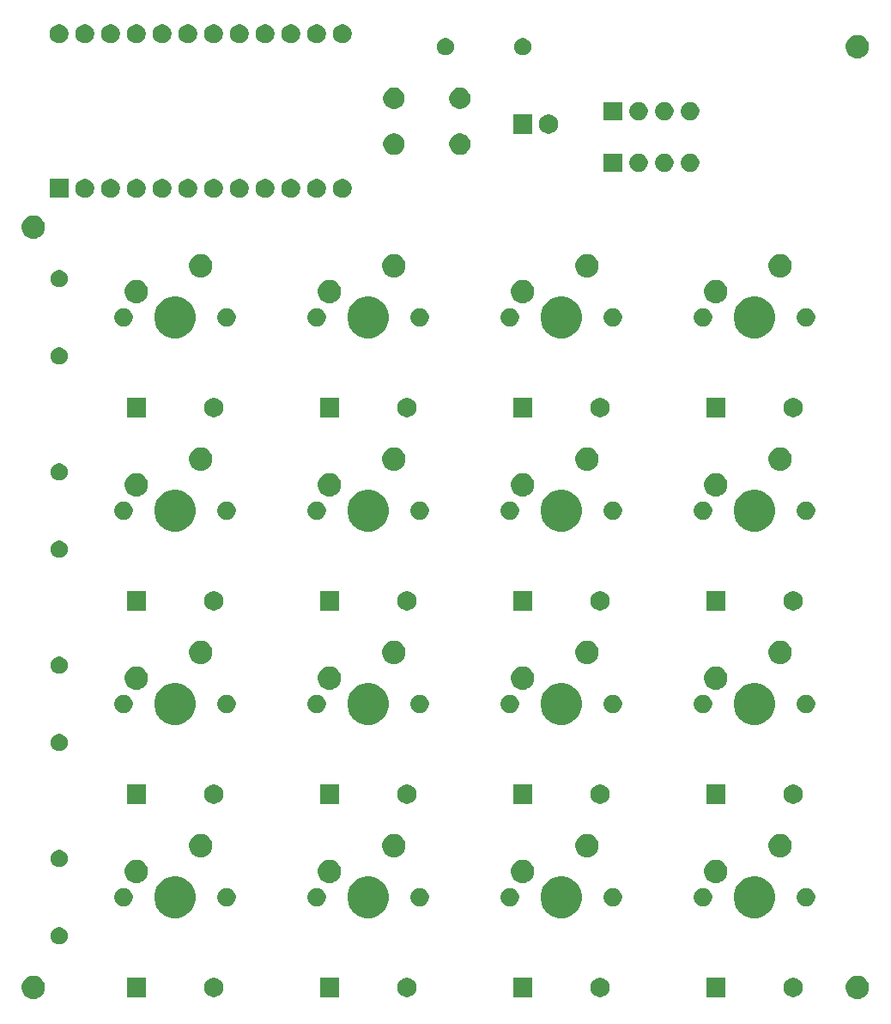
<source format=gts>
G04 #@! TF.GenerationSoftware,KiCad,Pcbnew,(5.1.5)-3*
G04 #@! TF.CreationDate,2019-12-27T06:25:41+09:00*
G04 #@! TF.ProjectId,MidiKey16,4d696469-4b65-4793-9136-2e6b69636164,rev?*
G04 #@! TF.SameCoordinates,Original*
G04 #@! TF.FileFunction,Soldermask,Top*
G04 #@! TF.FilePolarity,Negative*
%FSLAX46Y46*%
G04 Gerber Fmt 4.6, Leading zero omitted, Abs format (unit mm)*
G04 Created by KiCad (PCBNEW (5.1.5)-3) date 2019-12-27 06:25:41*
%MOMM*%
%LPD*%
G04 APERTURE LIST*
%ADD10C,0.100000*%
G04 APERTURE END LIST*
D10*
G36*
X123414549Y-147461116D02*
G01*
X123525734Y-147483232D01*
X123735203Y-147569997D01*
X123923720Y-147695960D01*
X124084040Y-147856280D01*
X124210003Y-148044797D01*
X124296768Y-148254266D01*
X124341000Y-148476636D01*
X124341000Y-148703364D01*
X124296768Y-148925734D01*
X124210003Y-149135203D01*
X124084040Y-149323720D01*
X123923720Y-149484040D01*
X123735203Y-149610003D01*
X123525734Y-149696768D01*
X123414549Y-149718884D01*
X123303365Y-149741000D01*
X123076635Y-149741000D01*
X122965451Y-149718884D01*
X122854266Y-149696768D01*
X122644797Y-149610003D01*
X122456280Y-149484040D01*
X122295960Y-149323720D01*
X122169997Y-149135203D01*
X122083232Y-148925734D01*
X122039000Y-148703364D01*
X122039000Y-148476636D01*
X122083232Y-148254266D01*
X122169997Y-148044797D01*
X122295960Y-147856280D01*
X122456280Y-147695960D01*
X122644797Y-147569997D01*
X122854266Y-147483232D01*
X122965451Y-147461116D01*
X123076635Y-147439000D01*
X123303365Y-147439000D01*
X123414549Y-147461116D01*
G37*
G36*
X42134549Y-147461116D02*
G01*
X42245734Y-147483232D01*
X42455203Y-147569997D01*
X42643720Y-147695960D01*
X42804040Y-147856280D01*
X42930003Y-148044797D01*
X43016768Y-148254266D01*
X43061000Y-148476636D01*
X43061000Y-148703364D01*
X43016768Y-148925734D01*
X42930003Y-149135203D01*
X42804040Y-149323720D01*
X42643720Y-149484040D01*
X42455203Y-149610003D01*
X42245734Y-149696768D01*
X42134549Y-149718884D01*
X42023365Y-149741000D01*
X41796635Y-149741000D01*
X41685451Y-149718884D01*
X41574266Y-149696768D01*
X41364797Y-149610003D01*
X41176280Y-149484040D01*
X41015960Y-149323720D01*
X40889997Y-149135203D01*
X40803232Y-148925734D01*
X40759000Y-148703364D01*
X40759000Y-148476636D01*
X40803232Y-148254266D01*
X40889997Y-148044797D01*
X41015960Y-147856280D01*
X41176280Y-147695960D01*
X41364797Y-147569997D01*
X41574266Y-147483232D01*
X41685451Y-147461116D01*
X41796635Y-147439000D01*
X42023365Y-147439000D01*
X42134549Y-147461116D01*
G37*
G36*
X59967395Y-147675546D02*
G01*
X60140466Y-147747234D01*
X60140467Y-147747235D01*
X60296227Y-147851310D01*
X60428690Y-147983773D01*
X60428691Y-147983775D01*
X60532766Y-148139534D01*
X60604454Y-148312605D01*
X60641000Y-148496333D01*
X60641000Y-148683667D01*
X60604454Y-148867395D01*
X60532766Y-149040466D01*
X60532765Y-149040467D01*
X60428690Y-149196227D01*
X60296227Y-149328690D01*
X60217818Y-149381081D01*
X60140466Y-149432766D01*
X59967395Y-149504454D01*
X59783667Y-149541000D01*
X59596333Y-149541000D01*
X59412605Y-149504454D01*
X59239534Y-149432766D01*
X59162182Y-149381081D01*
X59083773Y-149328690D01*
X58951310Y-149196227D01*
X58847235Y-149040467D01*
X58847234Y-149040466D01*
X58775546Y-148867395D01*
X58739000Y-148683667D01*
X58739000Y-148496333D01*
X58775546Y-148312605D01*
X58847234Y-148139534D01*
X58951309Y-147983775D01*
X58951310Y-147983773D01*
X59083773Y-147851310D01*
X59239533Y-147747235D01*
X59239534Y-147747234D01*
X59412605Y-147675546D01*
X59596333Y-147639000D01*
X59783667Y-147639000D01*
X59967395Y-147675546D01*
G37*
G36*
X53021000Y-149541000D02*
G01*
X51119000Y-149541000D01*
X51119000Y-147639000D01*
X53021000Y-147639000D01*
X53021000Y-149541000D01*
G37*
G36*
X72071000Y-149541000D02*
G01*
X70169000Y-149541000D01*
X70169000Y-147639000D01*
X72071000Y-147639000D01*
X72071000Y-149541000D01*
G37*
G36*
X79017395Y-147675546D02*
G01*
X79190466Y-147747234D01*
X79190467Y-147747235D01*
X79346227Y-147851310D01*
X79478690Y-147983773D01*
X79478691Y-147983775D01*
X79582766Y-148139534D01*
X79654454Y-148312605D01*
X79691000Y-148496333D01*
X79691000Y-148683667D01*
X79654454Y-148867395D01*
X79582766Y-149040466D01*
X79582765Y-149040467D01*
X79478690Y-149196227D01*
X79346227Y-149328690D01*
X79267818Y-149381081D01*
X79190466Y-149432766D01*
X79017395Y-149504454D01*
X78833667Y-149541000D01*
X78646333Y-149541000D01*
X78462605Y-149504454D01*
X78289534Y-149432766D01*
X78212182Y-149381081D01*
X78133773Y-149328690D01*
X78001310Y-149196227D01*
X77897235Y-149040467D01*
X77897234Y-149040466D01*
X77825546Y-148867395D01*
X77789000Y-148683667D01*
X77789000Y-148496333D01*
X77825546Y-148312605D01*
X77897234Y-148139534D01*
X78001309Y-147983775D01*
X78001310Y-147983773D01*
X78133773Y-147851310D01*
X78289533Y-147747235D01*
X78289534Y-147747234D01*
X78462605Y-147675546D01*
X78646333Y-147639000D01*
X78833667Y-147639000D01*
X79017395Y-147675546D01*
G37*
G36*
X91121000Y-149541000D02*
G01*
X89219000Y-149541000D01*
X89219000Y-147639000D01*
X91121000Y-147639000D01*
X91121000Y-149541000D01*
G37*
G36*
X110171000Y-149541000D02*
G01*
X108269000Y-149541000D01*
X108269000Y-147639000D01*
X110171000Y-147639000D01*
X110171000Y-149541000D01*
G37*
G36*
X117117395Y-147675546D02*
G01*
X117290466Y-147747234D01*
X117290467Y-147747235D01*
X117446227Y-147851310D01*
X117578690Y-147983773D01*
X117578691Y-147983775D01*
X117682766Y-148139534D01*
X117754454Y-148312605D01*
X117791000Y-148496333D01*
X117791000Y-148683667D01*
X117754454Y-148867395D01*
X117682766Y-149040466D01*
X117682765Y-149040467D01*
X117578690Y-149196227D01*
X117446227Y-149328690D01*
X117367818Y-149381081D01*
X117290466Y-149432766D01*
X117117395Y-149504454D01*
X116933667Y-149541000D01*
X116746333Y-149541000D01*
X116562605Y-149504454D01*
X116389534Y-149432766D01*
X116312182Y-149381081D01*
X116233773Y-149328690D01*
X116101310Y-149196227D01*
X115997235Y-149040467D01*
X115997234Y-149040466D01*
X115925546Y-148867395D01*
X115889000Y-148683667D01*
X115889000Y-148496333D01*
X115925546Y-148312605D01*
X115997234Y-148139534D01*
X116101309Y-147983775D01*
X116101310Y-147983773D01*
X116233773Y-147851310D01*
X116389533Y-147747235D01*
X116389534Y-147747234D01*
X116562605Y-147675546D01*
X116746333Y-147639000D01*
X116933667Y-147639000D01*
X117117395Y-147675546D01*
G37*
G36*
X98067395Y-147675546D02*
G01*
X98240466Y-147747234D01*
X98240467Y-147747235D01*
X98396227Y-147851310D01*
X98528690Y-147983773D01*
X98528691Y-147983775D01*
X98632766Y-148139534D01*
X98704454Y-148312605D01*
X98741000Y-148496333D01*
X98741000Y-148683667D01*
X98704454Y-148867395D01*
X98632766Y-149040466D01*
X98632765Y-149040467D01*
X98528690Y-149196227D01*
X98396227Y-149328690D01*
X98317818Y-149381081D01*
X98240466Y-149432766D01*
X98067395Y-149504454D01*
X97883667Y-149541000D01*
X97696333Y-149541000D01*
X97512605Y-149504454D01*
X97339534Y-149432766D01*
X97262182Y-149381081D01*
X97183773Y-149328690D01*
X97051310Y-149196227D01*
X96947235Y-149040467D01*
X96947234Y-149040466D01*
X96875546Y-148867395D01*
X96839000Y-148683667D01*
X96839000Y-148496333D01*
X96875546Y-148312605D01*
X96947234Y-148139534D01*
X97051309Y-147983775D01*
X97051310Y-147983773D01*
X97183773Y-147851310D01*
X97339533Y-147747235D01*
X97339534Y-147747234D01*
X97512605Y-147675546D01*
X97696333Y-147639000D01*
X97883667Y-147639000D01*
X98067395Y-147675546D01*
G37*
G36*
X44698228Y-142691703D02*
G01*
X44853100Y-142755853D01*
X44992481Y-142848985D01*
X45111015Y-142967519D01*
X45204147Y-143106900D01*
X45268297Y-143261772D01*
X45301000Y-143426184D01*
X45301000Y-143593816D01*
X45268297Y-143758228D01*
X45204147Y-143913100D01*
X45111015Y-144052481D01*
X44992481Y-144171015D01*
X44853100Y-144264147D01*
X44698228Y-144328297D01*
X44533816Y-144361000D01*
X44366184Y-144361000D01*
X44201772Y-144328297D01*
X44046900Y-144264147D01*
X43907519Y-144171015D01*
X43788985Y-144052481D01*
X43695853Y-143913100D01*
X43631703Y-143758228D01*
X43599000Y-143593816D01*
X43599000Y-143426184D01*
X43631703Y-143261772D01*
X43695853Y-143106900D01*
X43788985Y-142967519D01*
X43907519Y-142848985D01*
X44046900Y-142755853D01*
X44201772Y-142691703D01*
X44366184Y-142659000D01*
X44533816Y-142659000D01*
X44698228Y-142691703D01*
G37*
G36*
X113628254Y-137727818D02*
G01*
X114001511Y-137882426D01*
X114001513Y-137882427D01*
X114337436Y-138106884D01*
X114623116Y-138392564D01*
X114847574Y-138728489D01*
X115002182Y-139101746D01*
X115081000Y-139497993D01*
X115081000Y-139902007D01*
X115002182Y-140298254D01*
X114847574Y-140671511D01*
X114847573Y-140671513D01*
X114623116Y-141007436D01*
X114337436Y-141293116D01*
X114001513Y-141517573D01*
X114001512Y-141517574D01*
X114001511Y-141517574D01*
X113628254Y-141672182D01*
X113232007Y-141751000D01*
X112827993Y-141751000D01*
X112431746Y-141672182D01*
X112058489Y-141517574D01*
X112058488Y-141517574D01*
X112058487Y-141517573D01*
X111722564Y-141293116D01*
X111436884Y-141007436D01*
X111212427Y-140671513D01*
X111212426Y-140671511D01*
X111057818Y-140298254D01*
X110979000Y-139902007D01*
X110979000Y-139497993D01*
X111057818Y-139101746D01*
X111212426Y-138728489D01*
X111436884Y-138392564D01*
X111722564Y-138106884D01*
X112058487Y-137882427D01*
X112058489Y-137882426D01*
X112431746Y-137727818D01*
X112827993Y-137649000D01*
X113232007Y-137649000D01*
X113628254Y-137727818D01*
G37*
G36*
X94578254Y-137727818D02*
G01*
X94951511Y-137882426D01*
X94951513Y-137882427D01*
X95287436Y-138106884D01*
X95573116Y-138392564D01*
X95797574Y-138728489D01*
X95952182Y-139101746D01*
X96031000Y-139497993D01*
X96031000Y-139902007D01*
X95952182Y-140298254D01*
X95797574Y-140671511D01*
X95797573Y-140671513D01*
X95573116Y-141007436D01*
X95287436Y-141293116D01*
X94951513Y-141517573D01*
X94951512Y-141517574D01*
X94951511Y-141517574D01*
X94578254Y-141672182D01*
X94182007Y-141751000D01*
X93777993Y-141751000D01*
X93381746Y-141672182D01*
X93008489Y-141517574D01*
X93008488Y-141517574D01*
X93008487Y-141517573D01*
X92672564Y-141293116D01*
X92386884Y-141007436D01*
X92162427Y-140671513D01*
X92162426Y-140671511D01*
X92007818Y-140298254D01*
X91929000Y-139902007D01*
X91929000Y-139497993D01*
X92007818Y-139101746D01*
X92162426Y-138728489D01*
X92386884Y-138392564D01*
X92672564Y-138106884D01*
X93008487Y-137882427D01*
X93008489Y-137882426D01*
X93381746Y-137727818D01*
X93777993Y-137649000D01*
X94182007Y-137649000D01*
X94578254Y-137727818D01*
G37*
G36*
X75528254Y-137727818D02*
G01*
X75901511Y-137882426D01*
X75901513Y-137882427D01*
X76237436Y-138106884D01*
X76523116Y-138392564D01*
X76747574Y-138728489D01*
X76902182Y-139101746D01*
X76981000Y-139497993D01*
X76981000Y-139902007D01*
X76902182Y-140298254D01*
X76747574Y-140671511D01*
X76747573Y-140671513D01*
X76523116Y-141007436D01*
X76237436Y-141293116D01*
X75901513Y-141517573D01*
X75901512Y-141517574D01*
X75901511Y-141517574D01*
X75528254Y-141672182D01*
X75132007Y-141751000D01*
X74727993Y-141751000D01*
X74331746Y-141672182D01*
X73958489Y-141517574D01*
X73958488Y-141517574D01*
X73958487Y-141517573D01*
X73622564Y-141293116D01*
X73336884Y-141007436D01*
X73112427Y-140671513D01*
X73112426Y-140671511D01*
X72957818Y-140298254D01*
X72879000Y-139902007D01*
X72879000Y-139497993D01*
X72957818Y-139101746D01*
X73112426Y-138728489D01*
X73336884Y-138392564D01*
X73622564Y-138106884D01*
X73958487Y-137882427D01*
X73958489Y-137882426D01*
X74331746Y-137727818D01*
X74727993Y-137649000D01*
X75132007Y-137649000D01*
X75528254Y-137727818D01*
G37*
G36*
X56478254Y-137727818D02*
G01*
X56851511Y-137882426D01*
X56851513Y-137882427D01*
X57187436Y-138106884D01*
X57473116Y-138392564D01*
X57697574Y-138728489D01*
X57852182Y-139101746D01*
X57931000Y-139497993D01*
X57931000Y-139902007D01*
X57852182Y-140298254D01*
X57697574Y-140671511D01*
X57697573Y-140671513D01*
X57473116Y-141007436D01*
X57187436Y-141293116D01*
X56851513Y-141517573D01*
X56851512Y-141517574D01*
X56851511Y-141517574D01*
X56478254Y-141672182D01*
X56082007Y-141751000D01*
X55677993Y-141751000D01*
X55281746Y-141672182D01*
X54908489Y-141517574D01*
X54908488Y-141517574D01*
X54908487Y-141517573D01*
X54572564Y-141293116D01*
X54286884Y-141007436D01*
X54062427Y-140671513D01*
X54062426Y-140671511D01*
X53907818Y-140298254D01*
X53829000Y-139902007D01*
X53829000Y-139497993D01*
X53907818Y-139101746D01*
X54062426Y-138728489D01*
X54286884Y-138392564D01*
X54572564Y-138106884D01*
X54908487Y-137882427D01*
X54908489Y-137882426D01*
X55281746Y-137727818D01*
X55677993Y-137649000D01*
X56082007Y-137649000D01*
X56478254Y-137727818D01*
G37*
G36*
X69963512Y-138803927D02*
G01*
X70112812Y-138833624D01*
X70276784Y-138901544D01*
X70424354Y-139000147D01*
X70549853Y-139125646D01*
X70648456Y-139273216D01*
X70716376Y-139437188D01*
X70751000Y-139611259D01*
X70751000Y-139788741D01*
X70716376Y-139962812D01*
X70648456Y-140126784D01*
X70549853Y-140274354D01*
X70424354Y-140399853D01*
X70276784Y-140498456D01*
X70112812Y-140566376D01*
X69963512Y-140596073D01*
X69938742Y-140601000D01*
X69761258Y-140601000D01*
X69736488Y-140596073D01*
X69587188Y-140566376D01*
X69423216Y-140498456D01*
X69275646Y-140399853D01*
X69150147Y-140274354D01*
X69051544Y-140126784D01*
X68983624Y-139962812D01*
X68949000Y-139788741D01*
X68949000Y-139611259D01*
X68983624Y-139437188D01*
X69051544Y-139273216D01*
X69150147Y-139125646D01*
X69275646Y-139000147D01*
X69423216Y-138901544D01*
X69587188Y-138833624D01*
X69736488Y-138803927D01*
X69761258Y-138799000D01*
X69938742Y-138799000D01*
X69963512Y-138803927D01*
G37*
G36*
X89013512Y-138803927D02*
G01*
X89162812Y-138833624D01*
X89326784Y-138901544D01*
X89474354Y-139000147D01*
X89599853Y-139125646D01*
X89698456Y-139273216D01*
X89766376Y-139437188D01*
X89801000Y-139611259D01*
X89801000Y-139788741D01*
X89766376Y-139962812D01*
X89698456Y-140126784D01*
X89599853Y-140274354D01*
X89474354Y-140399853D01*
X89326784Y-140498456D01*
X89162812Y-140566376D01*
X89013512Y-140596073D01*
X88988742Y-140601000D01*
X88811258Y-140601000D01*
X88786488Y-140596073D01*
X88637188Y-140566376D01*
X88473216Y-140498456D01*
X88325646Y-140399853D01*
X88200147Y-140274354D01*
X88101544Y-140126784D01*
X88033624Y-139962812D01*
X87999000Y-139788741D01*
X87999000Y-139611259D01*
X88033624Y-139437188D01*
X88101544Y-139273216D01*
X88200147Y-139125646D01*
X88325646Y-139000147D01*
X88473216Y-138901544D01*
X88637188Y-138833624D01*
X88786488Y-138803927D01*
X88811258Y-138799000D01*
X88988742Y-138799000D01*
X89013512Y-138803927D01*
G37*
G36*
X108063512Y-138803927D02*
G01*
X108212812Y-138833624D01*
X108376784Y-138901544D01*
X108524354Y-139000147D01*
X108649853Y-139125646D01*
X108748456Y-139273216D01*
X108816376Y-139437188D01*
X108851000Y-139611259D01*
X108851000Y-139788741D01*
X108816376Y-139962812D01*
X108748456Y-140126784D01*
X108649853Y-140274354D01*
X108524354Y-140399853D01*
X108376784Y-140498456D01*
X108212812Y-140566376D01*
X108063512Y-140596073D01*
X108038742Y-140601000D01*
X107861258Y-140601000D01*
X107836488Y-140596073D01*
X107687188Y-140566376D01*
X107523216Y-140498456D01*
X107375646Y-140399853D01*
X107250147Y-140274354D01*
X107151544Y-140126784D01*
X107083624Y-139962812D01*
X107049000Y-139788741D01*
X107049000Y-139611259D01*
X107083624Y-139437188D01*
X107151544Y-139273216D01*
X107250147Y-139125646D01*
X107375646Y-139000147D01*
X107523216Y-138901544D01*
X107687188Y-138833624D01*
X107836488Y-138803927D01*
X107861258Y-138799000D01*
X108038742Y-138799000D01*
X108063512Y-138803927D01*
G37*
G36*
X118223512Y-138803927D02*
G01*
X118372812Y-138833624D01*
X118536784Y-138901544D01*
X118684354Y-139000147D01*
X118809853Y-139125646D01*
X118908456Y-139273216D01*
X118976376Y-139437188D01*
X119011000Y-139611259D01*
X119011000Y-139788741D01*
X118976376Y-139962812D01*
X118908456Y-140126784D01*
X118809853Y-140274354D01*
X118684354Y-140399853D01*
X118536784Y-140498456D01*
X118372812Y-140566376D01*
X118223512Y-140596073D01*
X118198742Y-140601000D01*
X118021258Y-140601000D01*
X117996488Y-140596073D01*
X117847188Y-140566376D01*
X117683216Y-140498456D01*
X117535646Y-140399853D01*
X117410147Y-140274354D01*
X117311544Y-140126784D01*
X117243624Y-139962812D01*
X117209000Y-139788741D01*
X117209000Y-139611259D01*
X117243624Y-139437188D01*
X117311544Y-139273216D01*
X117410147Y-139125646D01*
X117535646Y-139000147D01*
X117683216Y-138901544D01*
X117847188Y-138833624D01*
X117996488Y-138803927D01*
X118021258Y-138799000D01*
X118198742Y-138799000D01*
X118223512Y-138803927D01*
G37*
G36*
X99173512Y-138803927D02*
G01*
X99322812Y-138833624D01*
X99486784Y-138901544D01*
X99634354Y-139000147D01*
X99759853Y-139125646D01*
X99858456Y-139273216D01*
X99926376Y-139437188D01*
X99961000Y-139611259D01*
X99961000Y-139788741D01*
X99926376Y-139962812D01*
X99858456Y-140126784D01*
X99759853Y-140274354D01*
X99634354Y-140399853D01*
X99486784Y-140498456D01*
X99322812Y-140566376D01*
X99173512Y-140596073D01*
X99148742Y-140601000D01*
X98971258Y-140601000D01*
X98946488Y-140596073D01*
X98797188Y-140566376D01*
X98633216Y-140498456D01*
X98485646Y-140399853D01*
X98360147Y-140274354D01*
X98261544Y-140126784D01*
X98193624Y-139962812D01*
X98159000Y-139788741D01*
X98159000Y-139611259D01*
X98193624Y-139437188D01*
X98261544Y-139273216D01*
X98360147Y-139125646D01*
X98485646Y-139000147D01*
X98633216Y-138901544D01*
X98797188Y-138833624D01*
X98946488Y-138803927D01*
X98971258Y-138799000D01*
X99148742Y-138799000D01*
X99173512Y-138803927D01*
G37*
G36*
X80123512Y-138803927D02*
G01*
X80272812Y-138833624D01*
X80436784Y-138901544D01*
X80584354Y-139000147D01*
X80709853Y-139125646D01*
X80808456Y-139273216D01*
X80876376Y-139437188D01*
X80911000Y-139611259D01*
X80911000Y-139788741D01*
X80876376Y-139962812D01*
X80808456Y-140126784D01*
X80709853Y-140274354D01*
X80584354Y-140399853D01*
X80436784Y-140498456D01*
X80272812Y-140566376D01*
X80123512Y-140596073D01*
X80098742Y-140601000D01*
X79921258Y-140601000D01*
X79896488Y-140596073D01*
X79747188Y-140566376D01*
X79583216Y-140498456D01*
X79435646Y-140399853D01*
X79310147Y-140274354D01*
X79211544Y-140126784D01*
X79143624Y-139962812D01*
X79109000Y-139788741D01*
X79109000Y-139611259D01*
X79143624Y-139437188D01*
X79211544Y-139273216D01*
X79310147Y-139125646D01*
X79435646Y-139000147D01*
X79583216Y-138901544D01*
X79747188Y-138833624D01*
X79896488Y-138803927D01*
X79921258Y-138799000D01*
X80098742Y-138799000D01*
X80123512Y-138803927D01*
G37*
G36*
X61073512Y-138803927D02*
G01*
X61222812Y-138833624D01*
X61386784Y-138901544D01*
X61534354Y-139000147D01*
X61659853Y-139125646D01*
X61758456Y-139273216D01*
X61826376Y-139437188D01*
X61861000Y-139611259D01*
X61861000Y-139788741D01*
X61826376Y-139962812D01*
X61758456Y-140126784D01*
X61659853Y-140274354D01*
X61534354Y-140399853D01*
X61386784Y-140498456D01*
X61222812Y-140566376D01*
X61073512Y-140596073D01*
X61048742Y-140601000D01*
X60871258Y-140601000D01*
X60846488Y-140596073D01*
X60697188Y-140566376D01*
X60533216Y-140498456D01*
X60385646Y-140399853D01*
X60260147Y-140274354D01*
X60161544Y-140126784D01*
X60093624Y-139962812D01*
X60059000Y-139788741D01*
X60059000Y-139611259D01*
X60093624Y-139437188D01*
X60161544Y-139273216D01*
X60260147Y-139125646D01*
X60385646Y-139000147D01*
X60533216Y-138901544D01*
X60697188Y-138833624D01*
X60846488Y-138803927D01*
X60871258Y-138799000D01*
X61048742Y-138799000D01*
X61073512Y-138803927D01*
G37*
G36*
X50913512Y-138803927D02*
G01*
X51062812Y-138833624D01*
X51226784Y-138901544D01*
X51374354Y-139000147D01*
X51499853Y-139125646D01*
X51598456Y-139273216D01*
X51666376Y-139437188D01*
X51701000Y-139611259D01*
X51701000Y-139788741D01*
X51666376Y-139962812D01*
X51598456Y-140126784D01*
X51499853Y-140274354D01*
X51374354Y-140399853D01*
X51226784Y-140498456D01*
X51062812Y-140566376D01*
X50913512Y-140596073D01*
X50888742Y-140601000D01*
X50711258Y-140601000D01*
X50686488Y-140596073D01*
X50537188Y-140566376D01*
X50373216Y-140498456D01*
X50225646Y-140399853D01*
X50100147Y-140274354D01*
X50001544Y-140126784D01*
X49933624Y-139962812D01*
X49899000Y-139788741D01*
X49899000Y-139611259D01*
X49933624Y-139437188D01*
X50001544Y-139273216D01*
X50100147Y-139125646D01*
X50225646Y-139000147D01*
X50373216Y-138901544D01*
X50537188Y-138833624D01*
X50686488Y-138803927D01*
X50711258Y-138799000D01*
X50888742Y-138799000D01*
X50913512Y-138803927D01*
G37*
G36*
X109444549Y-136031116D02*
G01*
X109555734Y-136053232D01*
X109703850Y-136114584D01*
X109760933Y-136138228D01*
X109765203Y-136139997D01*
X109953720Y-136265960D01*
X110114040Y-136426280D01*
X110240003Y-136614797D01*
X110326768Y-136824266D01*
X110371000Y-137046636D01*
X110371000Y-137273364D01*
X110326768Y-137495734D01*
X110240003Y-137705203D01*
X110114040Y-137893720D01*
X109953720Y-138054040D01*
X109765203Y-138180003D01*
X109555734Y-138266768D01*
X109444549Y-138288884D01*
X109333365Y-138311000D01*
X109106635Y-138311000D01*
X108995451Y-138288884D01*
X108884266Y-138266768D01*
X108674797Y-138180003D01*
X108486280Y-138054040D01*
X108325960Y-137893720D01*
X108199997Y-137705203D01*
X108113232Y-137495734D01*
X108069000Y-137273364D01*
X108069000Y-137046636D01*
X108113232Y-136824266D01*
X108199997Y-136614797D01*
X108325960Y-136426280D01*
X108486280Y-136265960D01*
X108674797Y-136139997D01*
X108679068Y-136138228D01*
X108736150Y-136114584D01*
X108884266Y-136053232D01*
X108995451Y-136031116D01*
X109106635Y-136009000D01*
X109333365Y-136009000D01*
X109444549Y-136031116D01*
G37*
G36*
X90394549Y-136031116D02*
G01*
X90505734Y-136053232D01*
X90653850Y-136114584D01*
X90710933Y-136138228D01*
X90715203Y-136139997D01*
X90903720Y-136265960D01*
X91064040Y-136426280D01*
X91190003Y-136614797D01*
X91276768Y-136824266D01*
X91321000Y-137046636D01*
X91321000Y-137273364D01*
X91276768Y-137495734D01*
X91190003Y-137705203D01*
X91064040Y-137893720D01*
X90903720Y-138054040D01*
X90715203Y-138180003D01*
X90505734Y-138266768D01*
X90394549Y-138288884D01*
X90283365Y-138311000D01*
X90056635Y-138311000D01*
X89945451Y-138288884D01*
X89834266Y-138266768D01*
X89624797Y-138180003D01*
X89436280Y-138054040D01*
X89275960Y-137893720D01*
X89149997Y-137705203D01*
X89063232Y-137495734D01*
X89019000Y-137273364D01*
X89019000Y-137046636D01*
X89063232Y-136824266D01*
X89149997Y-136614797D01*
X89275960Y-136426280D01*
X89436280Y-136265960D01*
X89624797Y-136139997D01*
X89629068Y-136138228D01*
X89686150Y-136114584D01*
X89834266Y-136053232D01*
X89945451Y-136031116D01*
X90056635Y-136009000D01*
X90283365Y-136009000D01*
X90394549Y-136031116D01*
G37*
G36*
X71344549Y-136031116D02*
G01*
X71455734Y-136053232D01*
X71603850Y-136114584D01*
X71660933Y-136138228D01*
X71665203Y-136139997D01*
X71853720Y-136265960D01*
X72014040Y-136426280D01*
X72140003Y-136614797D01*
X72226768Y-136824266D01*
X72271000Y-137046636D01*
X72271000Y-137273364D01*
X72226768Y-137495734D01*
X72140003Y-137705203D01*
X72014040Y-137893720D01*
X71853720Y-138054040D01*
X71665203Y-138180003D01*
X71455734Y-138266768D01*
X71344549Y-138288884D01*
X71233365Y-138311000D01*
X71006635Y-138311000D01*
X70895451Y-138288884D01*
X70784266Y-138266768D01*
X70574797Y-138180003D01*
X70386280Y-138054040D01*
X70225960Y-137893720D01*
X70099997Y-137705203D01*
X70013232Y-137495734D01*
X69969000Y-137273364D01*
X69969000Y-137046636D01*
X70013232Y-136824266D01*
X70099997Y-136614797D01*
X70225960Y-136426280D01*
X70386280Y-136265960D01*
X70574797Y-136139997D01*
X70579068Y-136138228D01*
X70636150Y-136114584D01*
X70784266Y-136053232D01*
X70895451Y-136031116D01*
X71006635Y-136009000D01*
X71233365Y-136009000D01*
X71344549Y-136031116D01*
G37*
G36*
X52294549Y-136031116D02*
G01*
X52405734Y-136053232D01*
X52553850Y-136114584D01*
X52610933Y-136138228D01*
X52615203Y-136139997D01*
X52803720Y-136265960D01*
X52964040Y-136426280D01*
X53090003Y-136614797D01*
X53176768Y-136824266D01*
X53221000Y-137046636D01*
X53221000Y-137273364D01*
X53176768Y-137495734D01*
X53090003Y-137705203D01*
X52964040Y-137893720D01*
X52803720Y-138054040D01*
X52615203Y-138180003D01*
X52405734Y-138266768D01*
X52294549Y-138288884D01*
X52183365Y-138311000D01*
X51956635Y-138311000D01*
X51845451Y-138288884D01*
X51734266Y-138266768D01*
X51524797Y-138180003D01*
X51336280Y-138054040D01*
X51175960Y-137893720D01*
X51049997Y-137705203D01*
X50963232Y-137495734D01*
X50919000Y-137273364D01*
X50919000Y-137046636D01*
X50963232Y-136824266D01*
X51049997Y-136614797D01*
X51175960Y-136426280D01*
X51336280Y-136265960D01*
X51524797Y-136139997D01*
X51529068Y-136138228D01*
X51586150Y-136114584D01*
X51734266Y-136053232D01*
X51845451Y-136031116D01*
X51956635Y-136009000D01*
X52183365Y-136009000D01*
X52294549Y-136031116D01*
G37*
G36*
X44698228Y-135071703D02*
G01*
X44853100Y-135135853D01*
X44992481Y-135228985D01*
X45111015Y-135347519D01*
X45204147Y-135486900D01*
X45268297Y-135641772D01*
X45301000Y-135806184D01*
X45301000Y-135973816D01*
X45268297Y-136138228D01*
X45204147Y-136293100D01*
X45111015Y-136432481D01*
X44992481Y-136551015D01*
X44853100Y-136644147D01*
X44698228Y-136708297D01*
X44533816Y-136741000D01*
X44366184Y-136741000D01*
X44201772Y-136708297D01*
X44046900Y-136644147D01*
X43907519Y-136551015D01*
X43788985Y-136432481D01*
X43695853Y-136293100D01*
X43631703Y-136138228D01*
X43599000Y-135973816D01*
X43599000Y-135806184D01*
X43631703Y-135641772D01*
X43695853Y-135486900D01*
X43788985Y-135347519D01*
X43907519Y-135228985D01*
X44046900Y-135135853D01*
X44201772Y-135071703D01*
X44366184Y-135039000D01*
X44533816Y-135039000D01*
X44698228Y-135071703D01*
G37*
G36*
X58644549Y-133491116D02*
G01*
X58755734Y-133513232D01*
X58965203Y-133599997D01*
X59153720Y-133725960D01*
X59314040Y-133886280D01*
X59440003Y-134074797D01*
X59526768Y-134284266D01*
X59571000Y-134506636D01*
X59571000Y-134733364D01*
X59526768Y-134955734D01*
X59440003Y-135165203D01*
X59314040Y-135353720D01*
X59153720Y-135514040D01*
X58965203Y-135640003D01*
X58965202Y-135640004D01*
X58965201Y-135640004D01*
X58903850Y-135665416D01*
X58755734Y-135726768D01*
X58644549Y-135748884D01*
X58533365Y-135771000D01*
X58306635Y-135771000D01*
X58195451Y-135748884D01*
X58084266Y-135726768D01*
X57936150Y-135665416D01*
X57874799Y-135640004D01*
X57874798Y-135640004D01*
X57874797Y-135640003D01*
X57686280Y-135514040D01*
X57525960Y-135353720D01*
X57399997Y-135165203D01*
X57313232Y-134955734D01*
X57269000Y-134733364D01*
X57269000Y-134506636D01*
X57313232Y-134284266D01*
X57399997Y-134074797D01*
X57525960Y-133886280D01*
X57686280Y-133725960D01*
X57874797Y-133599997D01*
X58084266Y-133513232D01*
X58195451Y-133491116D01*
X58306635Y-133469000D01*
X58533365Y-133469000D01*
X58644549Y-133491116D01*
G37*
G36*
X115794549Y-133491116D02*
G01*
X115905734Y-133513232D01*
X116115203Y-133599997D01*
X116303720Y-133725960D01*
X116464040Y-133886280D01*
X116590003Y-134074797D01*
X116676768Y-134284266D01*
X116721000Y-134506636D01*
X116721000Y-134733364D01*
X116676768Y-134955734D01*
X116590003Y-135165203D01*
X116464040Y-135353720D01*
X116303720Y-135514040D01*
X116115203Y-135640003D01*
X116115202Y-135640004D01*
X116115201Y-135640004D01*
X116053850Y-135665416D01*
X115905734Y-135726768D01*
X115794549Y-135748884D01*
X115683365Y-135771000D01*
X115456635Y-135771000D01*
X115345451Y-135748884D01*
X115234266Y-135726768D01*
X115086150Y-135665416D01*
X115024799Y-135640004D01*
X115024798Y-135640004D01*
X115024797Y-135640003D01*
X114836280Y-135514040D01*
X114675960Y-135353720D01*
X114549997Y-135165203D01*
X114463232Y-134955734D01*
X114419000Y-134733364D01*
X114419000Y-134506636D01*
X114463232Y-134284266D01*
X114549997Y-134074797D01*
X114675960Y-133886280D01*
X114836280Y-133725960D01*
X115024797Y-133599997D01*
X115234266Y-133513232D01*
X115345451Y-133491116D01*
X115456635Y-133469000D01*
X115683365Y-133469000D01*
X115794549Y-133491116D01*
G37*
G36*
X96744549Y-133491116D02*
G01*
X96855734Y-133513232D01*
X97065203Y-133599997D01*
X97253720Y-133725960D01*
X97414040Y-133886280D01*
X97540003Y-134074797D01*
X97626768Y-134284266D01*
X97671000Y-134506636D01*
X97671000Y-134733364D01*
X97626768Y-134955734D01*
X97540003Y-135165203D01*
X97414040Y-135353720D01*
X97253720Y-135514040D01*
X97065203Y-135640003D01*
X97065202Y-135640004D01*
X97065201Y-135640004D01*
X97003850Y-135665416D01*
X96855734Y-135726768D01*
X96744549Y-135748884D01*
X96633365Y-135771000D01*
X96406635Y-135771000D01*
X96295451Y-135748884D01*
X96184266Y-135726768D01*
X96036150Y-135665416D01*
X95974799Y-135640004D01*
X95974798Y-135640004D01*
X95974797Y-135640003D01*
X95786280Y-135514040D01*
X95625960Y-135353720D01*
X95499997Y-135165203D01*
X95413232Y-134955734D01*
X95369000Y-134733364D01*
X95369000Y-134506636D01*
X95413232Y-134284266D01*
X95499997Y-134074797D01*
X95625960Y-133886280D01*
X95786280Y-133725960D01*
X95974797Y-133599997D01*
X96184266Y-133513232D01*
X96295451Y-133491116D01*
X96406635Y-133469000D01*
X96633365Y-133469000D01*
X96744549Y-133491116D01*
G37*
G36*
X77694549Y-133491116D02*
G01*
X77805734Y-133513232D01*
X78015203Y-133599997D01*
X78203720Y-133725960D01*
X78364040Y-133886280D01*
X78490003Y-134074797D01*
X78576768Y-134284266D01*
X78621000Y-134506636D01*
X78621000Y-134733364D01*
X78576768Y-134955734D01*
X78490003Y-135165203D01*
X78364040Y-135353720D01*
X78203720Y-135514040D01*
X78015203Y-135640003D01*
X78015202Y-135640004D01*
X78015201Y-135640004D01*
X77953850Y-135665416D01*
X77805734Y-135726768D01*
X77694549Y-135748884D01*
X77583365Y-135771000D01*
X77356635Y-135771000D01*
X77245451Y-135748884D01*
X77134266Y-135726768D01*
X76986150Y-135665416D01*
X76924799Y-135640004D01*
X76924798Y-135640004D01*
X76924797Y-135640003D01*
X76736280Y-135514040D01*
X76575960Y-135353720D01*
X76449997Y-135165203D01*
X76363232Y-134955734D01*
X76319000Y-134733364D01*
X76319000Y-134506636D01*
X76363232Y-134284266D01*
X76449997Y-134074797D01*
X76575960Y-133886280D01*
X76736280Y-133725960D01*
X76924797Y-133599997D01*
X77134266Y-133513232D01*
X77245451Y-133491116D01*
X77356635Y-133469000D01*
X77583365Y-133469000D01*
X77694549Y-133491116D01*
G37*
G36*
X98067395Y-128625546D02*
G01*
X98240466Y-128697234D01*
X98240467Y-128697235D01*
X98396227Y-128801310D01*
X98528690Y-128933773D01*
X98528691Y-128933775D01*
X98632766Y-129089534D01*
X98704454Y-129262605D01*
X98741000Y-129446333D01*
X98741000Y-129633667D01*
X98704454Y-129817395D01*
X98632766Y-129990466D01*
X98632765Y-129990467D01*
X98528690Y-130146227D01*
X98396227Y-130278690D01*
X98317818Y-130331081D01*
X98240466Y-130382766D01*
X98067395Y-130454454D01*
X97883667Y-130491000D01*
X97696333Y-130491000D01*
X97512605Y-130454454D01*
X97339534Y-130382766D01*
X97262182Y-130331081D01*
X97183773Y-130278690D01*
X97051310Y-130146227D01*
X96947235Y-129990467D01*
X96947234Y-129990466D01*
X96875546Y-129817395D01*
X96839000Y-129633667D01*
X96839000Y-129446333D01*
X96875546Y-129262605D01*
X96947234Y-129089534D01*
X97051309Y-128933775D01*
X97051310Y-128933773D01*
X97183773Y-128801310D01*
X97339533Y-128697235D01*
X97339534Y-128697234D01*
X97512605Y-128625546D01*
X97696333Y-128589000D01*
X97883667Y-128589000D01*
X98067395Y-128625546D01*
G37*
G36*
X91121000Y-130491000D02*
G01*
X89219000Y-130491000D01*
X89219000Y-128589000D01*
X91121000Y-128589000D01*
X91121000Y-130491000D01*
G37*
G36*
X110171000Y-130491000D02*
G01*
X108269000Y-130491000D01*
X108269000Y-128589000D01*
X110171000Y-128589000D01*
X110171000Y-130491000D01*
G37*
G36*
X117117395Y-128625546D02*
G01*
X117290466Y-128697234D01*
X117290467Y-128697235D01*
X117446227Y-128801310D01*
X117578690Y-128933773D01*
X117578691Y-128933775D01*
X117682766Y-129089534D01*
X117754454Y-129262605D01*
X117791000Y-129446333D01*
X117791000Y-129633667D01*
X117754454Y-129817395D01*
X117682766Y-129990466D01*
X117682765Y-129990467D01*
X117578690Y-130146227D01*
X117446227Y-130278690D01*
X117367818Y-130331081D01*
X117290466Y-130382766D01*
X117117395Y-130454454D01*
X116933667Y-130491000D01*
X116746333Y-130491000D01*
X116562605Y-130454454D01*
X116389534Y-130382766D01*
X116312182Y-130331081D01*
X116233773Y-130278690D01*
X116101310Y-130146227D01*
X115997235Y-129990467D01*
X115997234Y-129990466D01*
X115925546Y-129817395D01*
X115889000Y-129633667D01*
X115889000Y-129446333D01*
X115925546Y-129262605D01*
X115997234Y-129089534D01*
X116101309Y-128933775D01*
X116101310Y-128933773D01*
X116233773Y-128801310D01*
X116389533Y-128697235D01*
X116389534Y-128697234D01*
X116562605Y-128625546D01*
X116746333Y-128589000D01*
X116933667Y-128589000D01*
X117117395Y-128625546D01*
G37*
G36*
X59967395Y-128625546D02*
G01*
X60140466Y-128697234D01*
X60140467Y-128697235D01*
X60296227Y-128801310D01*
X60428690Y-128933773D01*
X60428691Y-128933775D01*
X60532766Y-129089534D01*
X60604454Y-129262605D01*
X60641000Y-129446333D01*
X60641000Y-129633667D01*
X60604454Y-129817395D01*
X60532766Y-129990466D01*
X60532765Y-129990467D01*
X60428690Y-130146227D01*
X60296227Y-130278690D01*
X60217818Y-130331081D01*
X60140466Y-130382766D01*
X59967395Y-130454454D01*
X59783667Y-130491000D01*
X59596333Y-130491000D01*
X59412605Y-130454454D01*
X59239534Y-130382766D01*
X59162182Y-130331081D01*
X59083773Y-130278690D01*
X58951310Y-130146227D01*
X58847235Y-129990467D01*
X58847234Y-129990466D01*
X58775546Y-129817395D01*
X58739000Y-129633667D01*
X58739000Y-129446333D01*
X58775546Y-129262605D01*
X58847234Y-129089534D01*
X58951309Y-128933775D01*
X58951310Y-128933773D01*
X59083773Y-128801310D01*
X59239533Y-128697235D01*
X59239534Y-128697234D01*
X59412605Y-128625546D01*
X59596333Y-128589000D01*
X59783667Y-128589000D01*
X59967395Y-128625546D01*
G37*
G36*
X79017395Y-128625546D02*
G01*
X79190466Y-128697234D01*
X79190467Y-128697235D01*
X79346227Y-128801310D01*
X79478690Y-128933773D01*
X79478691Y-128933775D01*
X79582766Y-129089534D01*
X79654454Y-129262605D01*
X79691000Y-129446333D01*
X79691000Y-129633667D01*
X79654454Y-129817395D01*
X79582766Y-129990466D01*
X79582765Y-129990467D01*
X79478690Y-130146227D01*
X79346227Y-130278690D01*
X79267818Y-130331081D01*
X79190466Y-130382766D01*
X79017395Y-130454454D01*
X78833667Y-130491000D01*
X78646333Y-130491000D01*
X78462605Y-130454454D01*
X78289534Y-130382766D01*
X78212182Y-130331081D01*
X78133773Y-130278690D01*
X78001310Y-130146227D01*
X77897235Y-129990467D01*
X77897234Y-129990466D01*
X77825546Y-129817395D01*
X77789000Y-129633667D01*
X77789000Y-129446333D01*
X77825546Y-129262605D01*
X77897234Y-129089534D01*
X78001309Y-128933775D01*
X78001310Y-128933773D01*
X78133773Y-128801310D01*
X78289533Y-128697235D01*
X78289534Y-128697234D01*
X78462605Y-128625546D01*
X78646333Y-128589000D01*
X78833667Y-128589000D01*
X79017395Y-128625546D01*
G37*
G36*
X72071000Y-130491000D02*
G01*
X70169000Y-130491000D01*
X70169000Y-128589000D01*
X72071000Y-128589000D01*
X72071000Y-130491000D01*
G37*
G36*
X53021000Y-130491000D02*
G01*
X51119000Y-130491000D01*
X51119000Y-128589000D01*
X53021000Y-128589000D01*
X53021000Y-130491000D01*
G37*
G36*
X44698228Y-123641703D02*
G01*
X44853100Y-123705853D01*
X44992481Y-123798985D01*
X45111015Y-123917519D01*
X45204147Y-124056900D01*
X45268297Y-124211772D01*
X45301000Y-124376184D01*
X45301000Y-124543816D01*
X45268297Y-124708228D01*
X45204147Y-124863100D01*
X45111015Y-125002481D01*
X44992481Y-125121015D01*
X44853100Y-125214147D01*
X44698228Y-125278297D01*
X44533816Y-125311000D01*
X44366184Y-125311000D01*
X44201772Y-125278297D01*
X44046900Y-125214147D01*
X43907519Y-125121015D01*
X43788985Y-125002481D01*
X43695853Y-124863100D01*
X43631703Y-124708228D01*
X43599000Y-124543816D01*
X43599000Y-124376184D01*
X43631703Y-124211772D01*
X43695853Y-124056900D01*
X43788985Y-123917519D01*
X43907519Y-123798985D01*
X44046900Y-123705853D01*
X44201772Y-123641703D01*
X44366184Y-123609000D01*
X44533816Y-123609000D01*
X44698228Y-123641703D01*
G37*
G36*
X56478254Y-118677818D02*
G01*
X56851511Y-118832426D01*
X56851513Y-118832427D01*
X57187436Y-119056884D01*
X57473116Y-119342564D01*
X57697574Y-119678489D01*
X57852182Y-120051746D01*
X57931000Y-120447993D01*
X57931000Y-120852007D01*
X57852182Y-121248254D01*
X57697574Y-121621511D01*
X57697573Y-121621513D01*
X57473116Y-121957436D01*
X57187436Y-122243116D01*
X56851513Y-122467573D01*
X56851512Y-122467574D01*
X56851511Y-122467574D01*
X56478254Y-122622182D01*
X56082007Y-122701000D01*
X55677993Y-122701000D01*
X55281746Y-122622182D01*
X54908489Y-122467574D01*
X54908488Y-122467574D01*
X54908487Y-122467573D01*
X54572564Y-122243116D01*
X54286884Y-121957436D01*
X54062427Y-121621513D01*
X54062426Y-121621511D01*
X53907818Y-121248254D01*
X53829000Y-120852007D01*
X53829000Y-120447993D01*
X53907818Y-120051746D01*
X54062426Y-119678489D01*
X54286884Y-119342564D01*
X54572564Y-119056884D01*
X54908487Y-118832427D01*
X54908489Y-118832426D01*
X55281746Y-118677818D01*
X55677993Y-118599000D01*
X56082007Y-118599000D01*
X56478254Y-118677818D01*
G37*
G36*
X75528254Y-118677818D02*
G01*
X75901511Y-118832426D01*
X75901513Y-118832427D01*
X76237436Y-119056884D01*
X76523116Y-119342564D01*
X76747574Y-119678489D01*
X76902182Y-120051746D01*
X76981000Y-120447993D01*
X76981000Y-120852007D01*
X76902182Y-121248254D01*
X76747574Y-121621511D01*
X76747573Y-121621513D01*
X76523116Y-121957436D01*
X76237436Y-122243116D01*
X75901513Y-122467573D01*
X75901512Y-122467574D01*
X75901511Y-122467574D01*
X75528254Y-122622182D01*
X75132007Y-122701000D01*
X74727993Y-122701000D01*
X74331746Y-122622182D01*
X73958489Y-122467574D01*
X73958488Y-122467574D01*
X73958487Y-122467573D01*
X73622564Y-122243116D01*
X73336884Y-121957436D01*
X73112427Y-121621513D01*
X73112426Y-121621511D01*
X72957818Y-121248254D01*
X72879000Y-120852007D01*
X72879000Y-120447993D01*
X72957818Y-120051746D01*
X73112426Y-119678489D01*
X73336884Y-119342564D01*
X73622564Y-119056884D01*
X73958487Y-118832427D01*
X73958489Y-118832426D01*
X74331746Y-118677818D01*
X74727993Y-118599000D01*
X75132007Y-118599000D01*
X75528254Y-118677818D01*
G37*
G36*
X113628254Y-118677818D02*
G01*
X114001511Y-118832426D01*
X114001513Y-118832427D01*
X114337436Y-119056884D01*
X114623116Y-119342564D01*
X114847574Y-119678489D01*
X115002182Y-120051746D01*
X115081000Y-120447993D01*
X115081000Y-120852007D01*
X115002182Y-121248254D01*
X114847574Y-121621511D01*
X114847573Y-121621513D01*
X114623116Y-121957436D01*
X114337436Y-122243116D01*
X114001513Y-122467573D01*
X114001512Y-122467574D01*
X114001511Y-122467574D01*
X113628254Y-122622182D01*
X113232007Y-122701000D01*
X112827993Y-122701000D01*
X112431746Y-122622182D01*
X112058489Y-122467574D01*
X112058488Y-122467574D01*
X112058487Y-122467573D01*
X111722564Y-122243116D01*
X111436884Y-121957436D01*
X111212427Y-121621513D01*
X111212426Y-121621511D01*
X111057818Y-121248254D01*
X110979000Y-120852007D01*
X110979000Y-120447993D01*
X111057818Y-120051746D01*
X111212426Y-119678489D01*
X111436884Y-119342564D01*
X111722564Y-119056884D01*
X112058487Y-118832427D01*
X112058489Y-118832426D01*
X112431746Y-118677818D01*
X112827993Y-118599000D01*
X113232007Y-118599000D01*
X113628254Y-118677818D01*
G37*
G36*
X94578254Y-118677818D02*
G01*
X94951511Y-118832426D01*
X94951513Y-118832427D01*
X95287436Y-119056884D01*
X95573116Y-119342564D01*
X95797574Y-119678489D01*
X95952182Y-120051746D01*
X96031000Y-120447993D01*
X96031000Y-120852007D01*
X95952182Y-121248254D01*
X95797574Y-121621511D01*
X95797573Y-121621513D01*
X95573116Y-121957436D01*
X95287436Y-122243116D01*
X94951513Y-122467573D01*
X94951512Y-122467574D01*
X94951511Y-122467574D01*
X94578254Y-122622182D01*
X94182007Y-122701000D01*
X93777993Y-122701000D01*
X93381746Y-122622182D01*
X93008489Y-122467574D01*
X93008488Y-122467574D01*
X93008487Y-122467573D01*
X92672564Y-122243116D01*
X92386884Y-121957436D01*
X92162427Y-121621513D01*
X92162426Y-121621511D01*
X92007818Y-121248254D01*
X91929000Y-120852007D01*
X91929000Y-120447993D01*
X92007818Y-120051746D01*
X92162426Y-119678489D01*
X92386884Y-119342564D01*
X92672564Y-119056884D01*
X93008487Y-118832427D01*
X93008489Y-118832426D01*
X93381746Y-118677818D01*
X93777993Y-118599000D01*
X94182007Y-118599000D01*
X94578254Y-118677818D01*
G37*
G36*
X89013512Y-119753927D02*
G01*
X89162812Y-119783624D01*
X89326784Y-119851544D01*
X89474354Y-119950147D01*
X89599853Y-120075646D01*
X89698456Y-120223216D01*
X89766376Y-120387188D01*
X89801000Y-120561259D01*
X89801000Y-120738741D01*
X89766376Y-120912812D01*
X89698456Y-121076784D01*
X89599853Y-121224354D01*
X89474354Y-121349853D01*
X89326784Y-121448456D01*
X89162812Y-121516376D01*
X89013512Y-121546073D01*
X88988742Y-121551000D01*
X88811258Y-121551000D01*
X88786488Y-121546073D01*
X88637188Y-121516376D01*
X88473216Y-121448456D01*
X88325646Y-121349853D01*
X88200147Y-121224354D01*
X88101544Y-121076784D01*
X88033624Y-120912812D01*
X87999000Y-120738741D01*
X87999000Y-120561259D01*
X88033624Y-120387188D01*
X88101544Y-120223216D01*
X88200147Y-120075646D01*
X88325646Y-119950147D01*
X88473216Y-119851544D01*
X88637188Y-119783624D01*
X88786488Y-119753927D01*
X88811258Y-119749000D01*
X88988742Y-119749000D01*
X89013512Y-119753927D01*
G37*
G36*
X50913512Y-119753927D02*
G01*
X51062812Y-119783624D01*
X51226784Y-119851544D01*
X51374354Y-119950147D01*
X51499853Y-120075646D01*
X51598456Y-120223216D01*
X51666376Y-120387188D01*
X51701000Y-120561259D01*
X51701000Y-120738741D01*
X51666376Y-120912812D01*
X51598456Y-121076784D01*
X51499853Y-121224354D01*
X51374354Y-121349853D01*
X51226784Y-121448456D01*
X51062812Y-121516376D01*
X50913512Y-121546073D01*
X50888742Y-121551000D01*
X50711258Y-121551000D01*
X50686488Y-121546073D01*
X50537188Y-121516376D01*
X50373216Y-121448456D01*
X50225646Y-121349853D01*
X50100147Y-121224354D01*
X50001544Y-121076784D01*
X49933624Y-120912812D01*
X49899000Y-120738741D01*
X49899000Y-120561259D01*
X49933624Y-120387188D01*
X50001544Y-120223216D01*
X50100147Y-120075646D01*
X50225646Y-119950147D01*
X50373216Y-119851544D01*
X50537188Y-119783624D01*
X50686488Y-119753927D01*
X50711258Y-119749000D01*
X50888742Y-119749000D01*
X50913512Y-119753927D01*
G37*
G36*
X61073512Y-119753927D02*
G01*
X61222812Y-119783624D01*
X61386784Y-119851544D01*
X61534354Y-119950147D01*
X61659853Y-120075646D01*
X61758456Y-120223216D01*
X61826376Y-120387188D01*
X61861000Y-120561259D01*
X61861000Y-120738741D01*
X61826376Y-120912812D01*
X61758456Y-121076784D01*
X61659853Y-121224354D01*
X61534354Y-121349853D01*
X61386784Y-121448456D01*
X61222812Y-121516376D01*
X61073512Y-121546073D01*
X61048742Y-121551000D01*
X60871258Y-121551000D01*
X60846488Y-121546073D01*
X60697188Y-121516376D01*
X60533216Y-121448456D01*
X60385646Y-121349853D01*
X60260147Y-121224354D01*
X60161544Y-121076784D01*
X60093624Y-120912812D01*
X60059000Y-120738741D01*
X60059000Y-120561259D01*
X60093624Y-120387188D01*
X60161544Y-120223216D01*
X60260147Y-120075646D01*
X60385646Y-119950147D01*
X60533216Y-119851544D01*
X60697188Y-119783624D01*
X60846488Y-119753927D01*
X60871258Y-119749000D01*
X61048742Y-119749000D01*
X61073512Y-119753927D01*
G37*
G36*
X69963512Y-119753927D02*
G01*
X70112812Y-119783624D01*
X70276784Y-119851544D01*
X70424354Y-119950147D01*
X70549853Y-120075646D01*
X70648456Y-120223216D01*
X70716376Y-120387188D01*
X70751000Y-120561259D01*
X70751000Y-120738741D01*
X70716376Y-120912812D01*
X70648456Y-121076784D01*
X70549853Y-121224354D01*
X70424354Y-121349853D01*
X70276784Y-121448456D01*
X70112812Y-121516376D01*
X69963512Y-121546073D01*
X69938742Y-121551000D01*
X69761258Y-121551000D01*
X69736488Y-121546073D01*
X69587188Y-121516376D01*
X69423216Y-121448456D01*
X69275646Y-121349853D01*
X69150147Y-121224354D01*
X69051544Y-121076784D01*
X68983624Y-120912812D01*
X68949000Y-120738741D01*
X68949000Y-120561259D01*
X68983624Y-120387188D01*
X69051544Y-120223216D01*
X69150147Y-120075646D01*
X69275646Y-119950147D01*
X69423216Y-119851544D01*
X69587188Y-119783624D01*
X69736488Y-119753927D01*
X69761258Y-119749000D01*
X69938742Y-119749000D01*
X69963512Y-119753927D01*
G37*
G36*
X80123512Y-119753927D02*
G01*
X80272812Y-119783624D01*
X80436784Y-119851544D01*
X80584354Y-119950147D01*
X80709853Y-120075646D01*
X80808456Y-120223216D01*
X80876376Y-120387188D01*
X80911000Y-120561259D01*
X80911000Y-120738741D01*
X80876376Y-120912812D01*
X80808456Y-121076784D01*
X80709853Y-121224354D01*
X80584354Y-121349853D01*
X80436784Y-121448456D01*
X80272812Y-121516376D01*
X80123512Y-121546073D01*
X80098742Y-121551000D01*
X79921258Y-121551000D01*
X79896488Y-121546073D01*
X79747188Y-121516376D01*
X79583216Y-121448456D01*
X79435646Y-121349853D01*
X79310147Y-121224354D01*
X79211544Y-121076784D01*
X79143624Y-120912812D01*
X79109000Y-120738741D01*
X79109000Y-120561259D01*
X79143624Y-120387188D01*
X79211544Y-120223216D01*
X79310147Y-120075646D01*
X79435646Y-119950147D01*
X79583216Y-119851544D01*
X79747188Y-119783624D01*
X79896488Y-119753927D01*
X79921258Y-119749000D01*
X80098742Y-119749000D01*
X80123512Y-119753927D01*
G37*
G36*
X99173512Y-119753927D02*
G01*
X99322812Y-119783624D01*
X99486784Y-119851544D01*
X99634354Y-119950147D01*
X99759853Y-120075646D01*
X99858456Y-120223216D01*
X99926376Y-120387188D01*
X99961000Y-120561259D01*
X99961000Y-120738741D01*
X99926376Y-120912812D01*
X99858456Y-121076784D01*
X99759853Y-121224354D01*
X99634354Y-121349853D01*
X99486784Y-121448456D01*
X99322812Y-121516376D01*
X99173512Y-121546073D01*
X99148742Y-121551000D01*
X98971258Y-121551000D01*
X98946488Y-121546073D01*
X98797188Y-121516376D01*
X98633216Y-121448456D01*
X98485646Y-121349853D01*
X98360147Y-121224354D01*
X98261544Y-121076784D01*
X98193624Y-120912812D01*
X98159000Y-120738741D01*
X98159000Y-120561259D01*
X98193624Y-120387188D01*
X98261544Y-120223216D01*
X98360147Y-120075646D01*
X98485646Y-119950147D01*
X98633216Y-119851544D01*
X98797188Y-119783624D01*
X98946488Y-119753927D01*
X98971258Y-119749000D01*
X99148742Y-119749000D01*
X99173512Y-119753927D01*
G37*
G36*
X108063512Y-119753927D02*
G01*
X108212812Y-119783624D01*
X108376784Y-119851544D01*
X108524354Y-119950147D01*
X108649853Y-120075646D01*
X108748456Y-120223216D01*
X108816376Y-120387188D01*
X108851000Y-120561259D01*
X108851000Y-120738741D01*
X108816376Y-120912812D01*
X108748456Y-121076784D01*
X108649853Y-121224354D01*
X108524354Y-121349853D01*
X108376784Y-121448456D01*
X108212812Y-121516376D01*
X108063512Y-121546073D01*
X108038742Y-121551000D01*
X107861258Y-121551000D01*
X107836488Y-121546073D01*
X107687188Y-121516376D01*
X107523216Y-121448456D01*
X107375646Y-121349853D01*
X107250147Y-121224354D01*
X107151544Y-121076784D01*
X107083624Y-120912812D01*
X107049000Y-120738741D01*
X107049000Y-120561259D01*
X107083624Y-120387188D01*
X107151544Y-120223216D01*
X107250147Y-120075646D01*
X107375646Y-119950147D01*
X107523216Y-119851544D01*
X107687188Y-119783624D01*
X107836488Y-119753927D01*
X107861258Y-119749000D01*
X108038742Y-119749000D01*
X108063512Y-119753927D01*
G37*
G36*
X118223512Y-119753927D02*
G01*
X118372812Y-119783624D01*
X118536784Y-119851544D01*
X118684354Y-119950147D01*
X118809853Y-120075646D01*
X118908456Y-120223216D01*
X118976376Y-120387188D01*
X119011000Y-120561259D01*
X119011000Y-120738741D01*
X118976376Y-120912812D01*
X118908456Y-121076784D01*
X118809853Y-121224354D01*
X118684354Y-121349853D01*
X118536784Y-121448456D01*
X118372812Y-121516376D01*
X118223512Y-121546073D01*
X118198742Y-121551000D01*
X118021258Y-121551000D01*
X117996488Y-121546073D01*
X117847188Y-121516376D01*
X117683216Y-121448456D01*
X117535646Y-121349853D01*
X117410147Y-121224354D01*
X117311544Y-121076784D01*
X117243624Y-120912812D01*
X117209000Y-120738741D01*
X117209000Y-120561259D01*
X117243624Y-120387188D01*
X117311544Y-120223216D01*
X117410147Y-120075646D01*
X117535646Y-119950147D01*
X117683216Y-119851544D01*
X117847188Y-119783624D01*
X117996488Y-119753927D01*
X118021258Y-119749000D01*
X118198742Y-119749000D01*
X118223512Y-119753927D01*
G37*
G36*
X90394549Y-116981116D02*
G01*
X90505734Y-117003232D01*
X90653850Y-117064584D01*
X90710933Y-117088228D01*
X90715203Y-117089997D01*
X90903720Y-117215960D01*
X91064040Y-117376280D01*
X91190003Y-117564797D01*
X91276768Y-117774266D01*
X91321000Y-117996636D01*
X91321000Y-118223364D01*
X91276768Y-118445734D01*
X91190003Y-118655203D01*
X91064040Y-118843720D01*
X90903720Y-119004040D01*
X90715203Y-119130003D01*
X90505734Y-119216768D01*
X90394549Y-119238884D01*
X90283365Y-119261000D01*
X90056635Y-119261000D01*
X89945451Y-119238884D01*
X89834266Y-119216768D01*
X89624797Y-119130003D01*
X89436280Y-119004040D01*
X89275960Y-118843720D01*
X89149997Y-118655203D01*
X89063232Y-118445734D01*
X89019000Y-118223364D01*
X89019000Y-117996636D01*
X89063232Y-117774266D01*
X89149997Y-117564797D01*
X89275960Y-117376280D01*
X89436280Y-117215960D01*
X89624797Y-117089997D01*
X89629068Y-117088228D01*
X89686150Y-117064584D01*
X89834266Y-117003232D01*
X89945451Y-116981116D01*
X90056635Y-116959000D01*
X90283365Y-116959000D01*
X90394549Y-116981116D01*
G37*
G36*
X109444549Y-116981116D02*
G01*
X109555734Y-117003232D01*
X109703850Y-117064584D01*
X109760933Y-117088228D01*
X109765203Y-117089997D01*
X109953720Y-117215960D01*
X110114040Y-117376280D01*
X110240003Y-117564797D01*
X110326768Y-117774266D01*
X110371000Y-117996636D01*
X110371000Y-118223364D01*
X110326768Y-118445734D01*
X110240003Y-118655203D01*
X110114040Y-118843720D01*
X109953720Y-119004040D01*
X109765203Y-119130003D01*
X109555734Y-119216768D01*
X109444549Y-119238884D01*
X109333365Y-119261000D01*
X109106635Y-119261000D01*
X108995451Y-119238884D01*
X108884266Y-119216768D01*
X108674797Y-119130003D01*
X108486280Y-119004040D01*
X108325960Y-118843720D01*
X108199997Y-118655203D01*
X108113232Y-118445734D01*
X108069000Y-118223364D01*
X108069000Y-117996636D01*
X108113232Y-117774266D01*
X108199997Y-117564797D01*
X108325960Y-117376280D01*
X108486280Y-117215960D01*
X108674797Y-117089997D01*
X108679068Y-117088228D01*
X108736150Y-117064584D01*
X108884266Y-117003232D01*
X108995451Y-116981116D01*
X109106635Y-116959000D01*
X109333365Y-116959000D01*
X109444549Y-116981116D01*
G37*
G36*
X71344549Y-116981116D02*
G01*
X71455734Y-117003232D01*
X71603850Y-117064584D01*
X71660933Y-117088228D01*
X71665203Y-117089997D01*
X71853720Y-117215960D01*
X72014040Y-117376280D01*
X72140003Y-117564797D01*
X72226768Y-117774266D01*
X72271000Y-117996636D01*
X72271000Y-118223364D01*
X72226768Y-118445734D01*
X72140003Y-118655203D01*
X72014040Y-118843720D01*
X71853720Y-119004040D01*
X71665203Y-119130003D01*
X71455734Y-119216768D01*
X71344549Y-119238884D01*
X71233365Y-119261000D01*
X71006635Y-119261000D01*
X70895451Y-119238884D01*
X70784266Y-119216768D01*
X70574797Y-119130003D01*
X70386280Y-119004040D01*
X70225960Y-118843720D01*
X70099997Y-118655203D01*
X70013232Y-118445734D01*
X69969000Y-118223364D01*
X69969000Y-117996636D01*
X70013232Y-117774266D01*
X70099997Y-117564797D01*
X70225960Y-117376280D01*
X70386280Y-117215960D01*
X70574797Y-117089997D01*
X70579068Y-117088228D01*
X70636150Y-117064584D01*
X70784266Y-117003232D01*
X70895451Y-116981116D01*
X71006635Y-116959000D01*
X71233365Y-116959000D01*
X71344549Y-116981116D01*
G37*
G36*
X52294549Y-116981116D02*
G01*
X52405734Y-117003232D01*
X52553850Y-117064584D01*
X52610933Y-117088228D01*
X52615203Y-117089997D01*
X52803720Y-117215960D01*
X52964040Y-117376280D01*
X53090003Y-117564797D01*
X53176768Y-117774266D01*
X53221000Y-117996636D01*
X53221000Y-118223364D01*
X53176768Y-118445734D01*
X53090003Y-118655203D01*
X52964040Y-118843720D01*
X52803720Y-119004040D01*
X52615203Y-119130003D01*
X52405734Y-119216768D01*
X52294549Y-119238884D01*
X52183365Y-119261000D01*
X51956635Y-119261000D01*
X51845451Y-119238884D01*
X51734266Y-119216768D01*
X51524797Y-119130003D01*
X51336280Y-119004040D01*
X51175960Y-118843720D01*
X51049997Y-118655203D01*
X50963232Y-118445734D01*
X50919000Y-118223364D01*
X50919000Y-117996636D01*
X50963232Y-117774266D01*
X51049997Y-117564797D01*
X51175960Y-117376280D01*
X51336280Y-117215960D01*
X51524797Y-117089997D01*
X51529068Y-117088228D01*
X51586150Y-117064584D01*
X51734266Y-117003232D01*
X51845451Y-116981116D01*
X51956635Y-116959000D01*
X52183365Y-116959000D01*
X52294549Y-116981116D01*
G37*
G36*
X44698228Y-116021703D02*
G01*
X44853100Y-116085853D01*
X44992481Y-116178985D01*
X45111015Y-116297519D01*
X45204147Y-116436900D01*
X45268297Y-116591772D01*
X45301000Y-116756184D01*
X45301000Y-116923816D01*
X45268297Y-117088228D01*
X45204147Y-117243100D01*
X45111015Y-117382481D01*
X44992481Y-117501015D01*
X44853100Y-117594147D01*
X44698228Y-117658297D01*
X44533816Y-117691000D01*
X44366184Y-117691000D01*
X44201772Y-117658297D01*
X44046900Y-117594147D01*
X43907519Y-117501015D01*
X43788985Y-117382481D01*
X43695853Y-117243100D01*
X43631703Y-117088228D01*
X43599000Y-116923816D01*
X43599000Y-116756184D01*
X43631703Y-116591772D01*
X43695853Y-116436900D01*
X43788985Y-116297519D01*
X43907519Y-116178985D01*
X44046900Y-116085853D01*
X44201772Y-116021703D01*
X44366184Y-115989000D01*
X44533816Y-115989000D01*
X44698228Y-116021703D01*
G37*
G36*
X77694549Y-114441116D02*
G01*
X77805734Y-114463232D01*
X78015203Y-114549997D01*
X78203720Y-114675960D01*
X78364040Y-114836280D01*
X78490003Y-115024797D01*
X78576768Y-115234266D01*
X78621000Y-115456636D01*
X78621000Y-115683364D01*
X78576768Y-115905734D01*
X78490003Y-116115203D01*
X78364040Y-116303720D01*
X78203720Y-116464040D01*
X78015203Y-116590003D01*
X78015202Y-116590004D01*
X78015201Y-116590004D01*
X77953850Y-116615416D01*
X77805734Y-116676768D01*
X77694549Y-116698884D01*
X77583365Y-116721000D01*
X77356635Y-116721000D01*
X77245451Y-116698884D01*
X77134266Y-116676768D01*
X76986150Y-116615416D01*
X76924799Y-116590004D01*
X76924798Y-116590004D01*
X76924797Y-116590003D01*
X76736280Y-116464040D01*
X76575960Y-116303720D01*
X76449997Y-116115203D01*
X76363232Y-115905734D01*
X76319000Y-115683364D01*
X76319000Y-115456636D01*
X76363232Y-115234266D01*
X76449997Y-115024797D01*
X76575960Y-114836280D01*
X76736280Y-114675960D01*
X76924797Y-114549997D01*
X77134266Y-114463232D01*
X77245451Y-114441116D01*
X77356635Y-114419000D01*
X77583365Y-114419000D01*
X77694549Y-114441116D01*
G37*
G36*
X96744549Y-114441116D02*
G01*
X96855734Y-114463232D01*
X97065203Y-114549997D01*
X97253720Y-114675960D01*
X97414040Y-114836280D01*
X97540003Y-115024797D01*
X97626768Y-115234266D01*
X97671000Y-115456636D01*
X97671000Y-115683364D01*
X97626768Y-115905734D01*
X97540003Y-116115203D01*
X97414040Y-116303720D01*
X97253720Y-116464040D01*
X97065203Y-116590003D01*
X97065202Y-116590004D01*
X97065201Y-116590004D01*
X97003850Y-116615416D01*
X96855734Y-116676768D01*
X96744549Y-116698884D01*
X96633365Y-116721000D01*
X96406635Y-116721000D01*
X96295451Y-116698884D01*
X96184266Y-116676768D01*
X96036150Y-116615416D01*
X95974799Y-116590004D01*
X95974798Y-116590004D01*
X95974797Y-116590003D01*
X95786280Y-116464040D01*
X95625960Y-116303720D01*
X95499997Y-116115203D01*
X95413232Y-115905734D01*
X95369000Y-115683364D01*
X95369000Y-115456636D01*
X95413232Y-115234266D01*
X95499997Y-115024797D01*
X95625960Y-114836280D01*
X95786280Y-114675960D01*
X95974797Y-114549997D01*
X96184266Y-114463232D01*
X96295451Y-114441116D01*
X96406635Y-114419000D01*
X96633365Y-114419000D01*
X96744549Y-114441116D01*
G37*
G36*
X115794549Y-114441116D02*
G01*
X115905734Y-114463232D01*
X116115203Y-114549997D01*
X116303720Y-114675960D01*
X116464040Y-114836280D01*
X116590003Y-115024797D01*
X116676768Y-115234266D01*
X116721000Y-115456636D01*
X116721000Y-115683364D01*
X116676768Y-115905734D01*
X116590003Y-116115203D01*
X116464040Y-116303720D01*
X116303720Y-116464040D01*
X116115203Y-116590003D01*
X116115202Y-116590004D01*
X116115201Y-116590004D01*
X116053850Y-116615416D01*
X115905734Y-116676768D01*
X115794549Y-116698884D01*
X115683365Y-116721000D01*
X115456635Y-116721000D01*
X115345451Y-116698884D01*
X115234266Y-116676768D01*
X115086150Y-116615416D01*
X115024799Y-116590004D01*
X115024798Y-116590004D01*
X115024797Y-116590003D01*
X114836280Y-116464040D01*
X114675960Y-116303720D01*
X114549997Y-116115203D01*
X114463232Y-115905734D01*
X114419000Y-115683364D01*
X114419000Y-115456636D01*
X114463232Y-115234266D01*
X114549997Y-115024797D01*
X114675960Y-114836280D01*
X114836280Y-114675960D01*
X115024797Y-114549997D01*
X115234266Y-114463232D01*
X115345451Y-114441116D01*
X115456635Y-114419000D01*
X115683365Y-114419000D01*
X115794549Y-114441116D01*
G37*
G36*
X58644549Y-114441116D02*
G01*
X58755734Y-114463232D01*
X58965203Y-114549997D01*
X59153720Y-114675960D01*
X59314040Y-114836280D01*
X59440003Y-115024797D01*
X59526768Y-115234266D01*
X59571000Y-115456636D01*
X59571000Y-115683364D01*
X59526768Y-115905734D01*
X59440003Y-116115203D01*
X59314040Y-116303720D01*
X59153720Y-116464040D01*
X58965203Y-116590003D01*
X58965202Y-116590004D01*
X58965201Y-116590004D01*
X58903850Y-116615416D01*
X58755734Y-116676768D01*
X58644549Y-116698884D01*
X58533365Y-116721000D01*
X58306635Y-116721000D01*
X58195451Y-116698884D01*
X58084266Y-116676768D01*
X57936150Y-116615416D01*
X57874799Y-116590004D01*
X57874798Y-116590004D01*
X57874797Y-116590003D01*
X57686280Y-116464040D01*
X57525960Y-116303720D01*
X57399997Y-116115203D01*
X57313232Y-115905734D01*
X57269000Y-115683364D01*
X57269000Y-115456636D01*
X57313232Y-115234266D01*
X57399997Y-115024797D01*
X57525960Y-114836280D01*
X57686280Y-114675960D01*
X57874797Y-114549997D01*
X58084266Y-114463232D01*
X58195451Y-114441116D01*
X58306635Y-114419000D01*
X58533365Y-114419000D01*
X58644549Y-114441116D01*
G37*
G36*
X117117395Y-109575546D02*
G01*
X117290466Y-109647234D01*
X117290467Y-109647235D01*
X117446227Y-109751310D01*
X117578690Y-109883773D01*
X117578691Y-109883775D01*
X117682766Y-110039534D01*
X117754454Y-110212605D01*
X117791000Y-110396333D01*
X117791000Y-110583667D01*
X117754454Y-110767395D01*
X117682766Y-110940466D01*
X117682765Y-110940467D01*
X117578690Y-111096227D01*
X117446227Y-111228690D01*
X117367818Y-111281081D01*
X117290466Y-111332766D01*
X117117395Y-111404454D01*
X116933667Y-111441000D01*
X116746333Y-111441000D01*
X116562605Y-111404454D01*
X116389534Y-111332766D01*
X116312182Y-111281081D01*
X116233773Y-111228690D01*
X116101310Y-111096227D01*
X115997235Y-110940467D01*
X115997234Y-110940466D01*
X115925546Y-110767395D01*
X115889000Y-110583667D01*
X115889000Y-110396333D01*
X115925546Y-110212605D01*
X115997234Y-110039534D01*
X116101309Y-109883775D01*
X116101310Y-109883773D01*
X116233773Y-109751310D01*
X116389533Y-109647235D01*
X116389534Y-109647234D01*
X116562605Y-109575546D01*
X116746333Y-109539000D01*
X116933667Y-109539000D01*
X117117395Y-109575546D01*
G37*
G36*
X53021000Y-111441000D02*
G01*
X51119000Y-111441000D01*
X51119000Y-109539000D01*
X53021000Y-109539000D01*
X53021000Y-111441000D01*
G37*
G36*
X59967395Y-109575546D02*
G01*
X60140466Y-109647234D01*
X60140467Y-109647235D01*
X60296227Y-109751310D01*
X60428690Y-109883773D01*
X60428691Y-109883775D01*
X60532766Y-110039534D01*
X60604454Y-110212605D01*
X60641000Y-110396333D01*
X60641000Y-110583667D01*
X60604454Y-110767395D01*
X60532766Y-110940466D01*
X60532765Y-110940467D01*
X60428690Y-111096227D01*
X60296227Y-111228690D01*
X60217818Y-111281081D01*
X60140466Y-111332766D01*
X59967395Y-111404454D01*
X59783667Y-111441000D01*
X59596333Y-111441000D01*
X59412605Y-111404454D01*
X59239534Y-111332766D01*
X59162182Y-111281081D01*
X59083773Y-111228690D01*
X58951310Y-111096227D01*
X58847235Y-110940467D01*
X58847234Y-110940466D01*
X58775546Y-110767395D01*
X58739000Y-110583667D01*
X58739000Y-110396333D01*
X58775546Y-110212605D01*
X58847234Y-110039534D01*
X58951309Y-109883775D01*
X58951310Y-109883773D01*
X59083773Y-109751310D01*
X59239533Y-109647235D01*
X59239534Y-109647234D01*
X59412605Y-109575546D01*
X59596333Y-109539000D01*
X59783667Y-109539000D01*
X59967395Y-109575546D01*
G37*
G36*
X110171000Y-111441000D02*
G01*
X108269000Y-111441000D01*
X108269000Y-109539000D01*
X110171000Y-109539000D01*
X110171000Y-111441000D01*
G37*
G36*
X91121000Y-111441000D02*
G01*
X89219000Y-111441000D01*
X89219000Y-109539000D01*
X91121000Y-109539000D01*
X91121000Y-111441000D01*
G37*
G36*
X98067395Y-109575546D02*
G01*
X98240466Y-109647234D01*
X98240467Y-109647235D01*
X98396227Y-109751310D01*
X98528690Y-109883773D01*
X98528691Y-109883775D01*
X98632766Y-110039534D01*
X98704454Y-110212605D01*
X98741000Y-110396333D01*
X98741000Y-110583667D01*
X98704454Y-110767395D01*
X98632766Y-110940466D01*
X98632765Y-110940467D01*
X98528690Y-111096227D01*
X98396227Y-111228690D01*
X98317818Y-111281081D01*
X98240466Y-111332766D01*
X98067395Y-111404454D01*
X97883667Y-111441000D01*
X97696333Y-111441000D01*
X97512605Y-111404454D01*
X97339534Y-111332766D01*
X97262182Y-111281081D01*
X97183773Y-111228690D01*
X97051310Y-111096227D01*
X96947235Y-110940467D01*
X96947234Y-110940466D01*
X96875546Y-110767395D01*
X96839000Y-110583667D01*
X96839000Y-110396333D01*
X96875546Y-110212605D01*
X96947234Y-110039534D01*
X97051309Y-109883775D01*
X97051310Y-109883773D01*
X97183773Y-109751310D01*
X97339533Y-109647235D01*
X97339534Y-109647234D01*
X97512605Y-109575546D01*
X97696333Y-109539000D01*
X97883667Y-109539000D01*
X98067395Y-109575546D01*
G37*
G36*
X72071000Y-111441000D02*
G01*
X70169000Y-111441000D01*
X70169000Y-109539000D01*
X72071000Y-109539000D01*
X72071000Y-111441000D01*
G37*
G36*
X79017395Y-109575546D02*
G01*
X79190466Y-109647234D01*
X79190467Y-109647235D01*
X79346227Y-109751310D01*
X79478690Y-109883773D01*
X79478691Y-109883775D01*
X79582766Y-110039534D01*
X79654454Y-110212605D01*
X79691000Y-110396333D01*
X79691000Y-110583667D01*
X79654454Y-110767395D01*
X79582766Y-110940466D01*
X79582765Y-110940467D01*
X79478690Y-111096227D01*
X79346227Y-111228690D01*
X79267818Y-111281081D01*
X79190466Y-111332766D01*
X79017395Y-111404454D01*
X78833667Y-111441000D01*
X78646333Y-111441000D01*
X78462605Y-111404454D01*
X78289534Y-111332766D01*
X78212182Y-111281081D01*
X78133773Y-111228690D01*
X78001310Y-111096227D01*
X77897235Y-110940467D01*
X77897234Y-110940466D01*
X77825546Y-110767395D01*
X77789000Y-110583667D01*
X77789000Y-110396333D01*
X77825546Y-110212605D01*
X77897234Y-110039534D01*
X78001309Y-109883775D01*
X78001310Y-109883773D01*
X78133773Y-109751310D01*
X78289533Y-109647235D01*
X78289534Y-109647234D01*
X78462605Y-109575546D01*
X78646333Y-109539000D01*
X78833667Y-109539000D01*
X79017395Y-109575546D01*
G37*
G36*
X44698228Y-104591703D02*
G01*
X44853100Y-104655853D01*
X44992481Y-104748985D01*
X45111015Y-104867519D01*
X45204147Y-105006900D01*
X45268297Y-105161772D01*
X45301000Y-105326184D01*
X45301000Y-105493816D01*
X45268297Y-105658228D01*
X45204147Y-105813100D01*
X45111015Y-105952481D01*
X44992481Y-106071015D01*
X44853100Y-106164147D01*
X44698228Y-106228297D01*
X44533816Y-106261000D01*
X44366184Y-106261000D01*
X44201772Y-106228297D01*
X44046900Y-106164147D01*
X43907519Y-106071015D01*
X43788985Y-105952481D01*
X43695853Y-105813100D01*
X43631703Y-105658228D01*
X43599000Y-105493816D01*
X43599000Y-105326184D01*
X43631703Y-105161772D01*
X43695853Y-105006900D01*
X43788985Y-104867519D01*
X43907519Y-104748985D01*
X44046900Y-104655853D01*
X44201772Y-104591703D01*
X44366184Y-104559000D01*
X44533816Y-104559000D01*
X44698228Y-104591703D01*
G37*
G36*
X56478254Y-99627818D02*
G01*
X56851511Y-99782426D01*
X56851513Y-99782427D01*
X57187436Y-100006884D01*
X57473116Y-100292564D01*
X57697574Y-100628489D01*
X57852182Y-101001746D01*
X57931000Y-101397993D01*
X57931000Y-101802007D01*
X57852182Y-102198254D01*
X57697574Y-102571511D01*
X57697573Y-102571513D01*
X57473116Y-102907436D01*
X57187436Y-103193116D01*
X56851513Y-103417573D01*
X56851512Y-103417574D01*
X56851511Y-103417574D01*
X56478254Y-103572182D01*
X56082007Y-103651000D01*
X55677993Y-103651000D01*
X55281746Y-103572182D01*
X54908489Y-103417574D01*
X54908488Y-103417574D01*
X54908487Y-103417573D01*
X54572564Y-103193116D01*
X54286884Y-102907436D01*
X54062427Y-102571513D01*
X54062426Y-102571511D01*
X53907818Y-102198254D01*
X53829000Y-101802007D01*
X53829000Y-101397993D01*
X53907818Y-101001746D01*
X54062426Y-100628489D01*
X54286884Y-100292564D01*
X54572564Y-100006884D01*
X54908487Y-99782427D01*
X54908489Y-99782426D01*
X55281746Y-99627818D01*
X55677993Y-99549000D01*
X56082007Y-99549000D01*
X56478254Y-99627818D01*
G37*
G36*
X75528254Y-99627818D02*
G01*
X75901511Y-99782426D01*
X75901513Y-99782427D01*
X76237436Y-100006884D01*
X76523116Y-100292564D01*
X76747574Y-100628489D01*
X76902182Y-101001746D01*
X76981000Y-101397993D01*
X76981000Y-101802007D01*
X76902182Y-102198254D01*
X76747574Y-102571511D01*
X76747573Y-102571513D01*
X76523116Y-102907436D01*
X76237436Y-103193116D01*
X75901513Y-103417573D01*
X75901512Y-103417574D01*
X75901511Y-103417574D01*
X75528254Y-103572182D01*
X75132007Y-103651000D01*
X74727993Y-103651000D01*
X74331746Y-103572182D01*
X73958489Y-103417574D01*
X73958488Y-103417574D01*
X73958487Y-103417573D01*
X73622564Y-103193116D01*
X73336884Y-102907436D01*
X73112427Y-102571513D01*
X73112426Y-102571511D01*
X72957818Y-102198254D01*
X72879000Y-101802007D01*
X72879000Y-101397993D01*
X72957818Y-101001746D01*
X73112426Y-100628489D01*
X73336884Y-100292564D01*
X73622564Y-100006884D01*
X73958487Y-99782427D01*
X73958489Y-99782426D01*
X74331746Y-99627818D01*
X74727993Y-99549000D01*
X75132007Y-99549000D01*
X75528254Y-99627818D01*
G37*
G36*
X94578254Y-99627818D02*
G01*
X94951511Y-99782426D01*
X94951513Y-99782427D01*
X95287436Y-100006884D01*
X95573116Y-100292564D01*
X95797574Y-100628489D01*
X95952182Y-101001746D01*
X96031000Y-101397993D01*
X96031000Y-101802007D01*
X95952182Y-102198254D01*
X95797574Y-102571511D01*
X95797573Y-102571513D01*
X95573116Y-102907436D01*
X95287436Y-103193116D01*
X94951513Y-103417573D01*
X94951512Y-103417574D01*
X94951511Y-103417574D01*
X94578254Y-103572182D01*
X94182007Y-103651000D01*
X93777993Y-103651000D01*
X93381746Y-103572182D01*
X93008489Y-103417574D01*
X93008488Y-103417574D01*
X93008487Y-103417573D01*
X92672564Y-103193116D01*
X92386884Y-102907436D01*
X92162427Y-102571513D01*
X92162426Y-102571511D01*
X92007818Y-102198254D01*
X91929000Y-101802007D01*
X91929000Y-101397993D01*
X92007818Y-101001746D01*
X92162426Y-100628489D01*
X92386884Y-100292564D01*
X92672564Y-100006884D01*
X93008487Y-99782427D01*
X93008489Y-99782426D01*
X93381746Y-99627818D01*
X93777993Y-99549000D01*
X94182007Y-99549000D01*
X94578254Y-99627818D01*
G37*
G36*
X113628254Y-99627818D02*
G01*
X114001511Y-99782426D01*
X114001513Y-99782427D01*
X114337436Y-100006884D01*
X114623116Y-100292564D01*
X114847574Y-100628489D01*
X115002182Y-101001746D01*
X115081000Y-101397993D01*
X115081000Y-101802007D01*
X115002182Y-102198254D01*
X114847574Y-102571511D01*
X114847573Y-102571513D01*
X114623116Y-102907436D01*
X114337436Y-103193116D01*
X114001513Y-103417573D01*
X114001512Y-103417574D01*
X114001511Y-103417574D01*
X113628254Y-103572182D01*
X113232007Y-103651000D01*
X112827993Y-103651000D01*
X112431746Y-103572182D01*
X112058489Y-103417574D01*
X112058488Y-103417574D01*
X112058487Y-103417573D01*
X111722564Y-103193116D01*
X111436884Y-102907436D01*
X111212427Y-102571513D01*
X111212426Y-102571511D01*
X111057818Y-102198254D01*
X110979000Y-101802007D01*
X110979000Y-101397993D01*
X111057818Y-101001746D01*
X111212426Y-100628489D01*
X111436884Y-100292564D01*
X111722564Y-100006884D01*
X112058487Y-99782427D01*
X112058489Y-99782426D01*
X112431746Y-99627818D01*
X112827993Y-99549000D01*
X113232007Y-99549000D01*
X113628254Y-99627818D01*
G37*
G36*
X61073512Y-100703927D02*
G01*
X61222812Y-100733624D01*
X61386784Y-100801544D01*
X61534354Y-100900147D01*
X61659853Y-101025646D01*
X61758456Y-101173216D01*
X61826376Y-101337188D01*
X61861000Y-101511259D01*
X61861000Y-101688741D01*
X61826376Y-101862812D01*
X61758456Y-102026784D01*
X61659853Y-102174354D01*
X61534354Y-102299853D01*
X61386784Y-102398456D01*
X61222812Y-102466376D01*
X61073512Y-102496073D01*
X61048742Y-102501000D01*
X60871258Y-102501000D01*
X60846488Y-102496073D01*
X60697188Y-102466376D01*
X60533216Y-102398456D01*
X60385646Y-102299853D01*
X60260147Y-102174354D01*
X60161544Y-102026784D01*
X60093624Y-101862812D01*
X60059000Y-101688741D01*
X60059000Y-101511259D01*
X60093624Y-101337188D01*
X60161544Y-101173216D01*
X60260147Y-101025646D01*
X60385646Y-100900147D01*
X60533216Y-100801544D01*
X60697188Y-100733624D01*
X60846488Y-100703927D01*
X60871258Y-100699000D01*
X61048742Y-100699000D01*
X61073512Y-100703927D01*
G37*
G36*
X69963512Y-100703927D02*
G01*
X70112812Y-100733624D01*
X70276784Y-100801544D01*
X70424354Y-100900147D01*
X70549853Y-101025646D01*
X70648456Y-101173216D01*
X70716376Y-101337188D01*
X70751000Y-101511259D01*
X70751000Y-101688741D01*
X70716376Y-101862812D01*
X70648456Y-102026784D01*
X70549853Y-102174354D01*
X70424354Y-102299853D01*
X70276784Y-102398456D01*
X70112812Y-102466376D01*
X69963512Y-102496073D01*
X69938742Y-102501000D01*
X69761258Y-102501000D01*
X69736488Y-102496073D01*
X69587188Y-102466376D01*
X69423216Y-102398456D01*
X69275646Y-102299853D01*
X69150147Y-102174354D01*
X69051544Y-102026784D01*
X68983624Y-101862812D01*
X68949000Y-101688741D01*
X68949000Y-101511259D01*
X68983624Y-101337188D01*
X69051544Y-101173216D01*
X69150147Y-101025646D01*
X69275646Y-100900147D01*
X69423216Y-100801544D01*
X69587188Y-100733624D01*
X69736488Y-100703927D01*
X69761258Y-100699000D01*
X69938742Y-100699000D01*
X69963512Y-100703927D01*
G37*
G36*
X80123512Y-100703927D02*
G01*
X80272812Y-100733624D01*
X80436784Y-100801544D01*
X80584354Y-100900147D01*
X80709853Y-101025646D01*
X80808456Y-101173216D01*
X80876376Y-101337188D01*
X80911000Y-101511259D01*
X80911000Y-101688741D01*
X80876376Y-101862812D01*
X80808456Y-102026784D01*
X80709853Y-102174354D01*
X80584354Y-102299853D01*
X80436784Y-102398456D01*
X80272812Y-102466376D01*
X80123512Y-102496073D01*
X80098742Y-102501000D01*
X79921258Y-102501000D01*
X79896488Y-102496073D01*
X79747188Y-102466376D01*
X79583216Y-102398456D01*
X79435646Y-102299853D01*
X79310147Y-102174354D01*
X79211544Y-102026784D01*
X79143624Y-101862812D01*
X79109000Y-101688741D01*
X79109000Y-101511259D01*
X79143624Y-101337188D01*
X79211544Y-101173216D01*
X79310147Y-101025646D01*
X79435646Y-100900147D01*
X79583216Y-100801544D01*
X79747188Y-100733624D01*
X79896488Y-100703927D01*
X79921258Y-100699000D01*
X80098742Y-100699000D01*
X80123512Y-100703927D01*
G37*
G36*
X89013512Y-100703927D02*
G01*
X89162812Y-100733624D01*
X89326784Y-100801544D01*
X89474354Y-100900147D01*
X89599853Y-101025646D01*
X89698456Y-101173216D01*
X89766376Y-101337188D01*
X89801000Y-101511259D01*
X89801000Y-101688741D01*
X89766376Y-101862812D01*
X89698456Y-102026784D01*
X89599853Y-102174354D01*
X89474354Y-102299853D01*
X89326784Y-102398456D01*
X89162812Y-102466376D01*
X89013512Y-102496073D01*
X88988742Y-102501000D01*
X88811258Y-102501000D01*
X88786488Y-102496073D01*
X88637188Y-102466376D01*
X88473216Y-102398456D01*
X88325646Y-102299853D01*
X88200147Y-102174354D01*
X88101544Y-102026784D01*
X88033624Y-101862812D01*
X87999000Y-101688741D01*
X87999000Y-101511259D01*
X88033624Y-101337188D01*
X88101544Y-101173216D01*
X88200147Y-101025646D01*
X88325646Y-100900147D01*
X88473216Y-100801544D01*
X88637188Y-100733624D01*
X88786488Y-100703927D01*
X88811258Y-100699000D01*
X88988742Y-100699000D01*
X89013512Y-100703927D01*
G37*
G36*
X108063512Y-100703927D02*
G01*
X108212812Y-100733624D01*
X108376784Y-100801544D01*
X108524354Y-100900147D01*
X108649853Y-101025646D01*
X108748456Y-101173216D01*
X108816376Y-101337188D01*
X108851000Y-101511259D01*
X108851000Y-101688741D01*
X108816376Y-101862812D01*
X108748456Y-102026784D01*
X108649853Y-102174354D01*
X108524354Y-102299853D01*
X108376784Y-102398456D01*
X108212812Y-102466376D01*
X108063512Y-102496073D01*
X108038742Y-102501000D01*
X107861258Y-102501000D01*
X107836488Y-102496073D01*
X107687188Y-102466376D01*
X107523216Y-102398456D01*
X107375646Y-102299853D01*
X107250147Y-102174354D01*
X107151544Y-102026784D01*
X107083624Y-101862812D01*
X107049000Y-101688741D01*
X107049000Y-101511259D01*
X107083624Y-101337188D01*
X107151544Y-101173216D01*
X107250147Y-101025646D01*
X107375646Y-100900147D01*
X107523216Y-100801544D01*
X107687188Y-100733624D01*
X107836488Y-100703927D01*
X107861258Y-100699000D01*
X108038742Y-100699000D01*
X108063512Y-100703927D01*
G37*
G36*
X118223512Y-100703927D02*
G01*
X118372812Y-100733624D01*
X118536784Y-100801544D01*
X118684354Y-100900147D01*
X118809853Y-101025646D01*
X118908456Y-101173216D01*
X118976376Y-101337188D01*
X119011000Y-101511259D01*
X119011000Y-101688741D01*
X118976376Y-101862812D01*
X118908456Y-102026784D01*
X118809853Y-102174354D01*
X118684354Y-102299853D01*
X118536784Y-102398456D01*
X118372812Y-102466376D01*
X118223512Y-102496073D01*
X118198742Y-102501000D01*
X118021258Y-102501000D01*
X117996488Y-102496073D01*
X117847188Y-102466376D01*
X117683216Y-102398456D01*
X117535646Y-102299853D01*
X117410147Y-102174354D01*
X117311544Y-102026784D01*
X117243624Y-101862812D01*
X117209000Y-101688741D01*
X117209000Y-101511259D01*
X117243624Y-101337188D01*
X117311544Y-101173216D01*
X117410147Y-101025646D01*
X117535646Y-100900147D01*
X117683216Y-100801544D01*
X117847188Y-100733624D01*
X117996488Y-100703927D01*
X118021258Y-100699000D01*
X118198742Y-100699000D01*
X118223512Y-100703927D01*
G37*
G36*
X50913512Y-100703927D02*
G01*
X51062812Y-100733624D01*
X51226784Y-100801544D01*
X51374354Y-100900147D01*
X51499853Y-101025646D01*
X51598456Y-101173216D01*
X51666376Y-101337188D01*
X51701000Y-101511259D01*
X51701000Y-101688741D01*
X51666376Y-101862812D01*
X51598456Y-102026784D01*
X51499853Y-102174354D01*
X51374354Y-102299853D01*
X51226784Y-102398456D01*
X51062812Y-102466376D01*
X50913512Y-102496073D01*
X50888742Y-102501000D01*
X50711258Y-102501000D01*
X50686488Y-102496073D01*
X50537188Y-102466376D01*
X50373216Y-102398456D01*
X50225646Y-102299853D01*
X50100147Y-102174354D01*
X50001544Y-102026784D01*
X49933624Y-101862812D01*
X49899000Y-101688741D01*
X49899000Y-101511259D01*
X49933624Y-101337188D01*
X50001544Y-101173216D01*
X50100147Y-101025646D01*
X50225646Y-100900147D01*
X50373216Y-100801544D01*
X50537188Y-100733624D01*
X50686488Y-100703927D01*
X50711258Y-100699000D01*
X50888742Y-100699000D01*
X50913512Y-100703927D01*
G37*
G36*
X99173512Y-100703927D02*
G01*
X99322812Y-100733624D01*
X99486784Y-100801544D01*
X99634354Y-100900147D01*
X99759853Y-101025646D01*
X99858456Y-101173216D01*
X99926376Y-101337188D01*
X99961000Y-101511259D01*
X99961000Y-101688741D01*
X99926376Y-101862812D01*
X99858456Y-102026784D01*
X99759853Y-102174354D01*
X99634354Y-102299853D01*
X99486784Y-102398456D01*
X99322812Y-102466376D01*
X99173512Y-102496073D01*
X99148742Y-102501000D01*
X98971258Y-102501000D01*
X98946488Y-102496073D01*
X98797188Y-102466376D01*
X98633216Y-102398456D01*
X98485646Y-102299853D01*
X98360147Y-102174354D01*
X98261544Y-102026784D01*
X98193624Y-101862812D01*
X98159000Y-101688741D01*
X98159000Y-101511259D01*
X98193624Y-101337188D01*
X98261544Y-101173216D01*
X98360147Y-101025646D01*
X98485646Y-100900147D01*
X98633216Y-100801544D01*
X98797188Y-100733624D01*
X98946488Y-100703927D01*
X98971258Y-100699000D01*
X99148742Y-100699000D01*
X99173512Y-100703927D01*
G37*
G36*
X109444549Y-97931116D02*
G01*
X109555734Y-97953232D01*
X109703850Y-98014584D01*
X109760933Y-98038228D01*
X109765203Y-98039997D01*
X109953720Y-98165960D01*
X110114040Y-98326280D01*
X110240003Y-98514797D01*
X110326768Y-98724266D01*
X110371000Y-98946636D01*
X110371000Y-99173364D01*
X110326768Y-99395734D01*
X110240003Y-99605203D01*
X110114040Y-99793720D01*
X109953720Y-99954040D01*
X109765203Y-100080003D01*
X109555734Y-100166768D01*
X109444549Y-100188884D01*
X109333365Y-100211000D01*
X109106635Y-100211000D01*
X108995451Y-100188884D01*
X108884266Y-100166768D01*
X108674797Y-100080003D01*
X108486280Y-99954040D01*
X108325960Y-99793720D01*
X108199997Y-99605203D01*
X108113232Y-99395734D01*
X108069000Y-99173364D01*
X108069000Y-98946636D01*
X108113232Y-98724266D01*
X108199997Y-98514797D01*
X108325960Y-98326280D01*
X108486280Y-98165960D01*
X108674797Y-98039997D01*
X108679068Y-98038228D01*
X108736150Y-98014584D01*
X108884266Y-97953232D01*
X108995451Y-97931116D01*
X109106635Y-97909000D01*
X109333365Y-97909000D01*
X109444549Y-97931116D01*
G37*
G36*
X90394549Y-97931116D02*
G01*
X90505734Y-97953232D01*
X90653850Y-98014584D01*
X90710933Y-98038228D01*
X90715203Y-98039997D01*
X90903720Y-98165960D01*
X91064040Y-98326280D01*
X91190003Y-98514797D01*
X91276768Y-98724266D01*
X91321000Y-98946636D01*
X91321000Y-99173364D01*
X91276768Y-99395734D01*
X91190003Y-99605203D01*
X91064040Y-99793720D01*
X90903720Y-99954040D01*
X90715203Y-100080003D01*
X90505734Y-100166768D01*
X90394549Y-100188884D01*
X90283365Y-100211000D01*
X90056635Y-100211000D01*
X89945451Y-100188884D01*
X89834266Y-100166768D01*
X89624797Y-100080003D01*
X89436280Y-99954040D01*
X89275960Y-99793720D01*
X89149997Y-99605203D01*
X89063232Y-99395734D01*
X89019000Y-99173364D01*
X89019000Y-98946636D01*
X89063232Y-98724266D01*
X89149997Y-98514797D01*
X89275960Y-98326280D01*
X89436280Y-98165960D01*
X89624797Y-98039997D01*
X89629068Y-98038228D01*
X89686150Y-98014584D01*
X89834266Y-97953232D01*
X89945451Y-97931116D01*
X90056635Y-97909000D01*
X90283365Y-97909000D01*
X90394549Y-97931116D01*
G37*
G36*
X52294549Y-97931116D02*
G01*
X52405734Y-97953232D01*
X52553850Y-98014584D01*
X52610933Y-98038228D01*
X52615203Y-98039997D01*
X52803720Y-98165960D01*
X52964040Y-98326280D01*
X53090003Y-98514797D01*
X53176768Y-98724266D01*
X53221000Y-98946636D01*
X53221000Y-99173364D01*
X53176768Y-99395734D01*
X53090003Y-99605203D01*
X52964040Y-99793720D01*
X52803720Y-99954040D01*
X52615203Y-100080003D01*
X52405734Y-100166768D01*
X52294549Y-100188884D01*
X52183365Y-100211000D01*
X51956635Y-100211000D01*
X51845451Y-100188884D01*
X51734266Y-100166768D01*
X51524797Y-100080003D01*
X51336280Y-99954040D01*
X51175960Y-99793720D01*
X51049997Y-99605203D01*
X50963232Y-99395734D01*
X50919000Y-99173364D01*
X50919000Y-98946636D01*
X50963232Y-98724266D01*
X51049997Y-98514797D01*
X51175960Y-98326280D01*
X51336280Y-98165960D01*
X51524797Y-98039997D01*
X51529068Y-98038228D01*
X51586150Y-98014584D01*
X51734266Y-97953232D01*
X51845451Y-97931116D01*
X51956635Y-97909000D01*
X52183365Y-97909000D01*
X52294549Y-97931116D01*
G37*
G36*
X71344549Y-97931116D02*
G01*
X71455734Y-97953232D01*
X71603850Y-98014584D01*
X71660933Y-98038228D01*
X71665203Y-98039997D01*
X71853720Y-98165960D01*
X72014040Y-98326280D01*
X72140003Y-98514797D01*
X72226768Y-98724266D01*
X72271000Y-98946636D01*
X72271000Y-99173364D01*
X72226768Y-99395734D01*
X72140003Y-99605203D01*
X72014040Y-99793720D01*
X71853720Y-99954040D01*
X71665203Y-100080003D01*
X71455734Y-100166768D01*
X71344549Y-100188884D01*
X71233365Y-100211000D01*
X71006635Y-100211000D01*
X70895451Y-100188884D01*
X70784266Y-100166768D01*
X70574797Y-100080003D01*
X70386280Y-99954040D01*
X70225960Y-99793720D01*
X70099997Y-99605203D01*
X70013232Y-99395734D01*
X69969000Y-99173364D01*
X69969000Y-98946636D01*
X70013232Y-98724266D01*
X70099997Y-98514797D01*
X70225960Y-98326280D01*
X70386280Y-98165960D01*
X70574797Y-98039997D01*
X70579068Y-98038228D01*
X70636150Y-98014584D01*
X70784266Y-97953232D01*
X70895451Y-97931116D01*
X71006635Y-97909000D01*
X71233365Y-97909000D01*
X71344549Y-97931116D01*
G37*
G36*
X44698228Y-96971703D02*
G01*
X44853100Y-97035853D01*
X44992481Y-97128985D01*
X45111015Y-97247519D01*
X45204147Y-97386900D01*
X45268297Y-97541772D01*
X45301000Y-97706184D01*
X45301000Y-97873816D01*
X45268297Y-98038228D01*
X45204147Y-98193100D01*
X45111015Y-98332481D01*
X44992481Y-98451015D01*
X44853100Y-98544147D01*
X44698228Y-98608297D01*
X44533816Y-98641000D01*
X44366184Y-98641000D01*
X44201772Y-98608297D01*
X44046900Y-98544147D01*
X43907519Y-98451015D01*
X43788985Y-98332481D01*
X43695853Y-98193100D01*
X43631703Y-98038228D01*
X43599000Y-97873816D01*
X43599000Y-97706184D01*
X43631703Y-97541772D01*
X43695853Y-97386900D01*
X43788985Y-97247519D01*
X43907519Y-97128985D01*
X44046900Y-97035853D01*
X44201772Y-96971703D01*
X44366184Y-96939000D01*
X44533816Y-96939000D01*
X44698228Y-96971703D01*
G37*
G36*
X77694549Y-95391116D02*
G01*
X77805734Y-95413232D01*
X78015203Y-95499997D01*
X78203720Y-95625960D01*
X78364040Y-95786280D01*
X78490003Y-95974797D01*
X78576768Y-96184266D01*
X78621000Y-96406636D01*
X78621000Y-96633364D01*
X78576768Y-96855734D01*
X78490003Y-97065203D01*
X78364040Y-97253720D01*
X78203720Y-97414040D01*
X78015203Y-97540003D01*
X78015202Y-97540004D01*
X78015201Y-97540004D01*
X77953850Y-97565416D01*
X77805734Y-97626768D01*
X77694549Y-97648884D01*
X77583365Y-97671000D01*
X77356635Y-97671000D01*
X77245451Y-97648884D01*
X77134266Y-97626768D01*
X76986150Y-97565416D01*
X76924799Y-97540004D01*
X76924798Y-97540004D01*
X76924797Y-97540003D01*
X76736280Y-97414040D01*
X76575960Y-97253720D01*
X76449997Y-97065203D01*
X76363232Y-96855734D01*
X76319000Y-96633364D01*
X76319000Y-96406636D01*
X76363232Y-96184266D01*
X76449997Y-95974797D01*
X76575960Y-95786280D01*
X76736280Y-95625960D01*
X76924797Y-95499997D01*
X77134266Y-95413232D01*
X77245451Y-95391116D01*
X77356635Y-95369000D01*
X77583365Y-95369000D01*
X77694549Y-95391116D01*
G37*
G36*
X115794549Y-95391116D02*
G01*
X115905734Y-95413232D01*
X116115203Y-95499997D01*
X116303720Y-95625960D01*
X116464040Y-95786280D01*
X116590003Y-95974797D01*
X116676768Y-96184266D01*
X116721000Y-96406636D01*
X116721000Y-96633364D01*
X116676768Y-96855734D01*
X116590003Y-97065203D01*
X116464040Y-97253720D01*
X116303720Y-97414040D01*
X116115203Y-97540003D01*
X116115202Y-97540004D01*
X116115201Y-97540004D01*
X116053850Y-97565416D01*
X115905734Y-97626768D01*
X115794549Y-97648884D01*
X115683365Y-97671000D01*
X115456635Y-97671000D01*
X115345451Y-97648884D01*
X115234266Y-97626768D01*
X115086150Y-97565416D01*
X115024799Y-97540004D01*
X115024798Y-97540004D01*
X115024797Y-97540003D01*
X114836280Y-97414040D01*
X114675960Y-97253720D01*
X114549997Y-97065203D01*
X114463232Y-96855734D01*
X114419000Y-96633364D01*
X114419000Y-96406636D01*
X114463232Y-96184266D01*
X114549997Y-95974797D01*
X114675960Y-95786280D01*
X114836280Y-95625960D01*
X115024797Y-95499997D01*
X115234266Y-95413232D01*
X115345451Y-95391116D01*
X115456635Y-95369000D01*
X115683365Y-95369000D01*
X115794549Y-95391116D01*
G37*
G36*
X96744549Y-95391116D02*
G01*
X96855734Y-95413232D01*
X97065203Y-95499997D01*
X97253720Y-95625960D01*
X97414040Y-95786280D01*
X97540003Y-95974797D01*
X97626768Y-96184266D01*
X97671000Y-96406636D01*
X97671000Y-96633364D01*
X97626768Y-96855734D01*
X97540003Y-97065203D01*
X97414040Y-97253720D01*
X97253720Y-97414040D01*
X97065203Y-97540003D01*
X97065202Y-97540004D01*
X97065201Y-97540004D01*
X97003850Y-97565416D01*
X96855734Y-97626768D01*
X96744549Y-97648884D01*
X96633365Y-97671000D01*
X96406635Y-97671000D01*
X96295451Y-97648884D01*
X96184266Y-97626768D01*
X96036150Y-97565416D01*
X95974799Y-97540004D01*
X95974798Y-97540004D01*
X95974797Y-97540003D01*
X95786280Y-97414040D01*
X95625960Y-97253720D01*
X95499997Y-97065203D01*
X95413232Y-96855734D01*
X95369000Y-96633364D01*
X95369000Y-96406636D01*
X95413232Y-96184266D01*
X95499997Y-95974797D01*
X95625960Y-95786280D01*
X95786280Y-95625960D01*
X95974797Y-95499997D01*
X96184266Y-95413232D01*
X96295451Y-95391116D01*
X96406635Y-95369000D01*
X96633365Y-95369000D01*
X96744549Y-95391116D01*
G37*
G36*
X58644549Y-95391116D02*
G01*
X58755734Y-95413232D01*
X58965203Y-95499997D01*
X59153720Y-95625960D01*
X59314040Y-95786280D01*
X59440003Y-95974797D01*
X59526768Y-96184266D01*
X59571000Y-96406636D01*
X59571000Y-96633364D01*
X59526768Y-96855734D01*
X59440003Y-97065203D01*
X59314040Y-97253720D01*
X59153720Y-97414040D01*
X58965203Y-97540003D01*
X58965202Y-97540004D01*
X58965201Y-97540004D01*
X58903850Y-97565416D01*
X58755734Y-97626768D01*
X58644549Y-97648884D01*
X58533365Y-97671000D01*
X58306635Y-97671000D01*
X58195451Y-97648884D01*
X58084266Y-97626768D01*
X57936150Y-97565416D01*
X57874799Y-97540004D01*
X57874798Y-97540004D01*
X57874797Y-97540003D01*
X57686280Y-97414040D01*
X57525960Y-97253720D01*
X57399997Y-97065203D01*
X57313232Y-96855734D01*
X57269000Y-96633364D01*
X57269000Y-96406636D01*
X57313232Y-96184266D01*
X57399997Y-95974797D01*
X57525960Y-95786280D01*
X57686280Y-95625960D01*
X57874797Y-95499997D01*
X58084266Y-95413232D01*
X58195451Y-95391116D01*
X58306635Y-95369000D01*
X58533365Y-95369000D01*
X58644549Y-95391116D01*
G37*
G36*
X79017395Y-90525546D02*
G01*
X79190466Y-90597234D01*
X79190467Y-90597235D01*
X79346227Y-90701310D01*
X79478690Y-90833773D01*
X79478691Y-90833775D01*
X79582766Y-90989534D01*
X79654454Y-91162605D01*
X79691000Y-91346333D01*
X79691000Y-91533667D01*
X79654454Y-91717395D01*
X79582766Y-91890466D01*
X79582765Y-91890467D01*
X79478690Y-92046227D01*
X79346227Y-92178690D01*
X79267818Y-92231081D01*
X79190466Y-92282766D01*
X79017395Y-92354454D01*
X78833667Y-92391000D01*
X78646333Y-92391000D01*
X78462605Y-92354454D01*
X78289534Y-92282766D01*
X78212182Y-92231081D01*
X78133773Y-92178690D01*
X78001310Y-92046227D01*
X77897235Y-91890467D01*
X77897234Y-91890466D01*
X77825546Y-91717395D01*
X77789000Y-91533667D01*
X77789000Y-91346333D01*
X77825546Y-91162605D01*
X77897234Y-90989534D01*
X78001309Y-90833775D01*
X78001310Y-90833773D01*
X78133773Y-90701310D01*
X78289533Y-90597235D01*
X78289534Y-90597234D01*
X78462605Y-90525546D01*
X78646333Y-90489000D01*
X78833667Y-90489000D01*
X79017395Y-90525546D01*
G37*
G36*
X98067395Y-90525546D02*
G01*
X98240466Y-90597234D01*
X98240467Y-90597235D01*
X98396227Y-90701310D01*
X98528690Y-90833773D01*
X98528691Y-90833775D01*
X98632766Y-90989534D01*
X98704454Y-91162605D01*
X98741000Y-91346333D01*
X98741000Y-91533667D01*
X98704454Y-91717395D01*
X98632766Y-91890466D01*
X98632765Y-91890467D01*
X98528690Y-92046227D01*
X98396227Y-92178690D01*
X98317818Y-92231081D01*
X98240466Y-92282766D01*
X98067395Y-92354454D01*
X97883667Y-92391000D01*
X97696333Y-92391000D01*
X97512605Y-92354454D01*
X97339534Y-92282766D01*
X97262182Y-92231081D01*
X97183773Y-92178690D01*
X97051310Y-92046227D01*
X96947235Y-91890467D01*
X96947234Y-91890466D01*
X96875546Y-91717395D01*
X96839000Y-91533667D01*
X96839000Y-91346333D01*
X96875546Y-91162605D01*
X96947234Y-90989534D01*
X97051309Y-90833775D01*
X97051310Y-90833773D01*
X97183773Y-90701310D01*
X97339533Y-90597235D01*
X97339534Y-90597234D01*
X97512605Y-90525546D01*
X97696333Y-90489000D01*
X97883667Y-90489000D01*
X98067395Y-90525546D01*
G37*
G36*
X91121000Y-92391000D02*
G01*
X89219000Y-92391000D01*
X89219000Y-90489000D01*
X91121000Y-90489000D01*
X91121000Y-92391000D01*
G37*
G36*
X72071000Y-92391000D02*
G01*
X70169000Y-92391000D01*
X70169000Y-90489000D01*
X72071000Y-90489000D01*
X72071000Y-92391000D01*
G37*
G36*
X59967395Y-90525546D02*
G01*
X60140466Y-90597234D01*
X60140467Y-90597235D01*
X60296227Y-90701310D01*
X60428690Y-90833773D01*
X60428691Y-90833775D01*
X60532766Y-90989534D01*
X60604454Y-91162605D01*
X60641000Y-91346333D01*
X60641000Y-91533667D01*
X60604454Y-91717395D01*
X60532766Y-91890466D01*
X60532765Y-91890467D01*
X60428690Y-92046227D01*
X60296227Y-92178690D01*
X60217818Y-92231081D01*
X60140466Y-92282766D01*
X59967395Y-92354454D01*
X59783667Y-92391000D01*
X59596333Y-92391000D01*
X59412605Y-92354454D01*
X59239534Y-92282766D01*
X59162182Y-92231081D01*
X59083773Y-92178690D01*
X58951310Y-92046227D01*
X58847235Y-91890467D01*
X58847234Y-91890466D01*
X58775546Y-91717395D01*
X58739000Y-91533667D01*
X58739000Y-91346333D01*
X58775546Y-91162605D01*
X58847234Y-90989534D01*
X58951309Y-90833775D01*
X58951310Y-90833773D01*
X59083773Y-90701310D01*
X59239533Y-90597235D01*
X59239534Y-90597234D01*
X59412605Y-90525546D01*
X59596333Y-90489000D01*
X59783667Y-90489000D01*
X59967395Y-90525546D01*
G37*
G36*
X110171000Y-92391000D02*
G01*
X108269000Y-92391000D01*
X108269000Y-90489000D01*
X110171000Y-90489000D01*
X110171000Y-92391000D01*
G37*
G36*
X117117395Y-90525546D02*
G01*
X117290466Y-90597234D01*
X117290467Y-90597235D01*
X117446227Y-90701310D01*
X117578690Y-90833773D01*
X117578691Y-90833775D01*
X117682766Y-90989534D01*
X117754454Y-91162605D01*
X117791000Y-91346333D01*
X117791000Y-91533667D01*
X117754454Y-91717395D01*
X117682766Y-91890466D01*
X117682765Y-91890467D01*
X117578690Y-92046227D01*
X117446227Y-92178690D01*
X117367818Y-92231081D01*
X117290466Y-92282766D01*
X117117395Y-92354454D01*
X116933667Y-92391000D01*
X116746333Y-92391000D01*
X116562605Y-92354454D01*
X116389534Y-92282766D01*
X116312182Y-92231081D01*
X116233773Y-92178690D01*
X116101310Y-92046227D01*
X115997235Y-91890467D01*
X115997234Y-91890466D01*
X115925546Y-91717395D01*
X115889000Y-91533667D01*
X115889000Y-91346333D01*
X115925546Y-91162605D01*
X115997234Y-90989534D01*
X116101309Y-90833775D01*
X116101310Y-90833773D01*
X116233773Y-90701310D01*
X116389533Y-90597235D01*
X116389534Y-90597234D01*
X116562605Y-90525546D01*
X116746333Y-90489000D01*
X116933667Y-90489000D01*
X117117395Y-90525546D01*
G37*
G36*
X53021000Y-92391000D02*
G01*
X51119000Y-92391000D01*
X51119000Y-90489000D01*
X53021000Y-90489000D01*
X53021000Y-92391000D01*
G37*
G36*
X44698228Y-85541703D02*
G01*
X44853100Y-85605853D01*
X44992481Y-85698985D01*
X45111015Y-85817519D01*
X45204147Y-85956900D01*
X45268297Y-86111772D01*
X45301000Y-86276184D01*
X45301000Y-86443816D01*
X45268297Y-86608228D01*
X45204147Y-86763100D01*
X45111015Y-86902481D01*
X44992481Y-87021015D01*
X44853100Y-87114147D01*
X44698228Y-87178297D01*
X44533816Y-87211000D01*
X44366184Y-87211000D01*
X44201772Y-87178297D01*
X44046900Y-87114147D01*
X43907519Y-87021015D01*
X43788985Y-86902481D01*
X43695853Y-86763100D01*
X43631703Y-86608228D01*
X43599000Y-86443816D01*
X43599000Y-86276184D01*
X43631703Y-86111772D01*
X43695853Y-85956900D01*
X43788985Y-85817519D01*
X43907519Y-85698985D01*
X44046900Y-85605853D01*
X44201772Y-85541703D01*
X44366184Y-85509000D01*
X44533816Y-85509000D01*
X44698228Y-85541703D01*
G37*
G36*
X113628254Y-80577818D02*
G01*
X114001511Y-80732426D01*
X114001513Y-80732427D01*
X114337436Y-80956884D01*
X114623116Y-81242564D01*
X114847574Y-81578489D01*
X115002182Y-81951746D01*
X115081000Y-82347993D01*
X115081000Y-82752007D01*
X115002182Y-83148254D01*
X114847574Y-83521511D01*
X114847573Y-83521513D01*
X114623116Y-83857436D01*
X114337436Y-84143116D01*
X114001513Y-84367573D01*
X114001512Y-84367574D01*
X114001511Y-84367574D01*
X113628254Y-84522182D01*
X113232007Y-84601000D01*
X112827993Y-84601000D01*
X112431746Y-84522182D01*
X112058489Y-84367574D01*
X112058488Y-84367574D01*
X112058487Y-84367573D01*
X111722564Y-84143116D01*
X111436884Y-83857436D01*
X111212427Y-83521513D01*
X111212426Y-83521511D01*
X111057818Y-83148254D01*
X110979000Y-82752007D01*
X110979000Y-82347993D01*
X111057818Y-81951746D01*
X111212426Y-81578489D01*
X111436884Y-81242564D01*
X111722564Y-80956884D01*
X112058487Y-80732427D01*
X112058489Y-80732426D01*
X112431746Y-80577818D01*
X112827993Y-80499000D01*
X113232007Y-80499000D01*
X113628254Y-80577818D01*
G37*
G36*
X75528254Y-80577818D02*
G01*
X75901511Y-80732426D01*
X75901513Y-80732427D01*
X76237436Y-80956884D01*
X76523116Y-81242564D01*
X76747574Y-81578489D01*
X76902182Y-81951746D01*
X76981000Y-82347993D01*
X76981000Y-82752007D01*
X76902182Y-83148254D01*
X76747574Y-83521511D01*
X76747573Y-83521513D01*
X76523116Y-83857436D01*
X76237436Y-84143116D01*
X75901513Y-84367573D01*
X75901512Y-84367574D01*
X75901511Y-84367574D01*
X75528254Y-84522182D01*
X75132007Y-84601000D01*
X74727993Y-84601000D01*
X74331746Y-84522182D01*
X73958489Y-84367574D01*
X73958488Y-84367574D01*
X73958487Y-84367573D01*
X73622564Y-84143116D01*
X73336884Y-83857436D01*
X73112427Y-83521513D01*
X73112426Y-83521511D01*
X72957818Y-83148254D01*
X72879000Y-82752007D01*
X72879000Y-82347993D01*
X72957818Y-81951746D01*
X73112426Y-81578489D01*
X73336884Y-81242564D01*
X73622564Y-80956884D01*
X73958487Y-80732427D01*
X73958489Y-80732426D01*
X74331746Y-80577818D01*
X74727993Y-80499000D01*
X75132007Y-80499000D01*
X75528254Y-80577818D01*
G37*
G36*
X56478254Y-80577818D02*
G01*
X56851511Y-80732426D01*
X56851513Y-80732427D01*
X57187436Y-80956884D01*
X57473116Y-81242564D01*
X57697574Y-81578489D01*
X57852182Y-81951746D01*
X57931000Y-82347993D01*
X57931000Y-82752007D01*
X57852182Y-83148254D01*
X57697574Y-83521511D01*
X57697573Y-83521513D01*
X57473116Y-83857436D01*
X57187436Y-84143116D01*
X56851513Y-84367573D01*
X56851512Y-84367574D01*
X56851511Y-84367574D01*
X56478254Y-84522182D01*
X56082007Y-84601000D01*
X55677993Y-84601000D01*
X55281746Y-84522182D01*
X54908489Y-84367574D01*
X54908488Y-84367574D01*
X54908487Y-84367573D01*
X54572564Y-84143116D01*
X54286884Y-83857436D01*
X54062427Y-83521513D01*
X54062426Y-83521511D01*
X53907818Y-83148254D01*
X53829000Y-82752007D01*
X53829000Y-82347993D01*
X53907818Y-81951746D01*
X54062426Y-81578489D01*
X54286884Y-81242564D01*
X54572564Y-80956884D01*
X54908487Y-80732427D01*
X54908489Y-80732426D01*
X55281746Y-80577818D01*
X55677993Y-80499000D01*
X56082007Y-80499000D01*
X56478254Y-80577818D01*
G37*
G36*
X94578254Y-80577818D02*
G01*
X94951511Y-80732426D01*
X94951513Y-80732427D01*
X95287436Y-80956884D01*
X95573116Y-81242564D01*
X95797574Y-81578489D01*
X95952182Y-81951746D01*
X96031000Y-82347993D01*
X96031000Y-82752007D01*
X95952182Y-83148254D01*
X95797574Y-83521511D01*
X95797573Y-83521513D01*
X95573116Y-83857436D01*
X95287436Y-84143116D01*
X94951513Y-84367573D01*
X94951512Y-84367574D01*
X94951511Y-84367574D01*
X94578254Y-84522182D01*
X94182007Y-84601000D01*
X93777993Y-84601000D01*
X93381746Y-84522182D01*
X93008489Y-84367574D01*
X93008488Y-84367574D01*
X93008487Y-84367573D01*
X92672564Y-84143116D01*
X92386884Y-83857436D01*
X92162427Y-83521513D01*
X92162426Y-83521511D01*
X92007818Y-83148254D01*
X91929000Y-82752007D01*
X91929000Y-82347993D01*
X92007818Y-81951746D01*
X92162426Y-81578489D01*
X92386884Y-81242564D01*
X92672564Y-80956884D01*
X93008487Y-80732427D01*
X93008489Y-80732426D01*
X93381746Y-80577818D01*
X93777993Y-80499000D01*
X94182007Y-80499000D01*
X94578254Y-80577818D01*
G37*
G36*
X61073512Y-81653927D02*
G01*
X61222812Y-81683624D01*
X61386784Y-81751544D01*
X61534354Y-81850147D01*
X61659853Y-81975646D01*
X61758456Y-82123216D01*
X61826376Y-82287188D01*
X61861000Y-82461259D01*
X61861000Y-82638741D01*
X61826376Y-82812812D01*
X61758456Y-82976784D01*
X61659853Y-83124354D01*
X61534354Y-83249853D01*
X61386784Y-83348456D01*
X61222812Y-83416376D01*
X61073512Y-83446073D01*
X61048742Y-83451000D01*
X60871258Y-83451000D01*
X60846488Y-83446073D01*
X60697188Y-83416376D01*
X60533216Y-83348456D01*
X60385646Y-83249853D01*
X60260147Y-83124354D01*
X60161544Y-82976784D01*
X60093624Y-82812812D01*
X60059000Y-82638741D01*
X60059000Y-82461259D01*
X60093624Y-82287188D01*
X60161544Y-82123216D01*
X60260147Y-81975646D01*
X60385646Y-81850147D01*
X60533216Y-81751544D01*
X60697188Y-81683624D01*
X60846488Y-81653927D01*
X60871258Y-81649000D01*
X61048742Y-81649000D01*
X61073512Y-81653927D01*
G37*
G36*
X99173512Y-81653927D02*
G01*
X99322812Y-81683624D01*
X99486784Y-81751544D01*
X99634354Y-81850147D01*
X99759853Y-81975646D01*
X99858456Y-82123216D01*
X99926376Y-82287188D01*
X99961000Y-82461259D01*
X99961000Y-82638741D01*
X99926376Y-82812812D01*
X99858456Y-82976784D01*
X99759853Y-83124354D01*
X99634354Y-83249853D01*
X99486784Y-83348456D01*
X99322812Y-83416376D01*
X99173512Y-83446073D01*
X99148742Y-83451000D01*
X98971258Y-83451000D01*
X98946488Y-83446073D01*
X98797188Y-83416376D01*
X98633216Y-83348456D01*
X98485646Y-83249853D01*
X98360147Y-83124354D01*
X98261544Y-82976784D01*
X98193624Y-82812812D01*
X98159000Y-82638741D01*
X98159000Y-82461259D01*
X98193624Y-82287188D01*
X98261544Y-82123216D01*
X98360147Y-81975646D01*
X98485646Y-81850147D01*
X98633216Y-81751544D01*
X98797188Y-81683624D01*
X98946488Y-81653927D01*
X98971258Y-81649000D01*
X99148742Y-81649000D01*
X99173512Y-81653927D01*
G37*
G36*
X89013512Y-81653927D02*
G01*
X89162812Y-81683624D01*
X89326784Y-81751544D01*
X89474354Y-81850147D01*
X89599853Y-81975646D01*
X89698456Y-82123216D01*
X89766376Y-82287188D01*
X89801000Y-82461259D01*
X89801000Y-82638741D01*
X89766376Y-82812812D01*
X89698456Y-82976784D01*
X89599853Y-83124354D01*
X89474354Y-83249853D01*
X89326784Y-83348456D01*
X89162812Y-83416376D01*
X89013512Y-83446073D01*
X88988742Y-83451000D01*
X88811258Y-83451000D01*
X88786488Y-83446073D01*
X88637188Y-83416376D01*
X88473216Y-83348456D01*
X88325646Y-83249853D01*
X88200147Y-83124354D01*
X88101544Y-82976784D01*
X88033624Y-82812812D01*
X87999000Y-82638741D01*
X87999000Y-82461259D01*
X88033624Y-82287188D01*
X88101544Y-82123216D01*
X88200147Y-81975646D01*
X88325646Y-81850147D01*
X88473216Y-81751544D01*
X88637188Y-81683624D01*
X88786488Y-81653927D01*
X88811258Y-81649000D01*
X88988742Y-81649000D01*
X89013512Y-81653927D01*
G37*
G36*
X108063512Y-81653927D02*
G01*
X108212812Y-81683624D01*
X108376784Y-81751544D01*
X108524354Y-81850147D01*
X108649853Y-81975646D01*
X108748456Y-82123216D01*
X108816376Y-82287188D01*
X108851000Y-82461259D01*
X108851000Y-82638741D01*
X108816376Y-82812812D01*
X108748456Y-82976784D01*
X108649853Y-83124354D01*
X108524354Y-83249853D01*
X108376784Y-83348456D01*
X108212812Y-83416376D01*
X108063512Y-83446073D01*
X108038742Y-83451000D01*
X107861258Y-83451000D01*
X107836488Y-83446073D01*
X107687188Y-83416376D01*
X107523216Y-83348456D01*
X107375646Y-83249853D01*
X107250147Y-83124354D01*
X107151544Y-82976784D01*
X107083624Y-82812812D01*
X107049000Y-82638741D01*
X107049000Y-82461259D01*
X107083624Y-82287188D01*
X107151544Y-82123216D01*
X107250147Y-81975646D01*
X107375646Y-81850147D01*
X107523216Y-81751544D01*
X107687188Y-81683624D01*
X107836488Y-81653927D01*
X107861258Y-81649000D01*
X108038742Y-81649000D01*
X108063512Y-81653927D01*
G37*
G36*
X118223512Y-81653927D02*
G01*
X118372812Y-81683624D01*
X118536784Y-81751544D01*
X118684354Y-81850147D01*
X118809853Y-81975646D01*
X118908456Y-82123216D01*
X118976376Y-82287188D01*
X119011000Y-82461259D01*
X119011000Y-82638741D01*
X118976376Y-82812812D01*
X118908456Y-82976784D01*
X118809853Y-83124354D01*
X118684354Y-83249853D01*
X118536784Y-83348456D01*
X118372812Y-83416376D01*
X118223512Y-83446073D01*
X118198742Y-83451000D01*
X118021258Y-83451000D01*
X117996488Y-83446073D01*
X117847188Y-83416376D01*
X117683216Y-83348456D01*
X117535646Y-83249853D01*
X117410147Y-83124354D01*
X117311544Y-82976784D01*
X117243624Y-82812812D01*
X117209000Y-82638741D01*
X117209000Y-82461259D01*
X117243624Y-82287188D01*
X117311544Y-82123216D01*
X117410147Y-81975646D01*
X117535646Y-81850147D01*
X117683216Y-81751544D01*
X117847188Y-81683624D01*
X117996488Y-81653927D01*
X118021258Y-81649000D01*
X118198742Y-81649000D01*
X118223512Y-81653927D01*
G37*
G36*
X80123512Y-81653927D02*
G01*
X80272812Y-81683624D01*
X80436784Y-81751544D01*
X80584354Y-81850147D01*
X80709853Y-81975646D01*
X80808456Y-82123216D01*
X80876376Y-82287188D01*
X80911000Y-82461259D01*
X80911000Y-82638741D01*
X80876376Y-82812812D01*
X80808456Y-82976784D01*
X80709853Y-83124354D01*
X80584354Y-83249853D01*
X80436784Y-83348456D01*
X80272812Y-83416376D01*
X80123512Y-83446073D01*
X80098742Y-83451000D01*
X79921258Y-83451000D01*
X79896488Y-83446073D01*
X79747188Y-83416376D01*
X79583216Y-83348456D01*
X79435646Y-83249853D01*
X79310147Y-83124354D01*
X79211544Y-82976784D01*
X79143624Y-82812812D01*
X79109000Y-82638741D01*
X79109000Y-82461259D01*
X79143624Y-82287188D01*
X79211544Y-82123216D01*
X79310147Y-81975646D01*
X79435646Y-81850147D01*
X79583216Y-81751544D01*
X79747188Y-81683624D01*
X79896488Y-81653927D01*
X79921258Y-81649000D01*
X80098742Y-81649000D01*
X80123512Y-81653927D01*
G37*
G36*
X69963512Y-81653927D02*
G01*
X70112812Y-81683624D01*
X70276784Y-81751544D01*
X70424354Y-81850147D01*
X70549853Y-81975646D01*
X70648456Y-82123216D01*
X70716376Y-82287188D01*
X70751000Y-82461259D01*
X70751000Y-82638741D01*
X70716376Y-82812812D01*
X70648456Y-82976784D01*
X70549853Y-83124354D01*
X70424354Y-83249853D01*
X70276784Y-83348456D01*
X70112812Y-83416376D01*
X69963512Y-83446073D01*
X69938742Y-83451000D01*
X69761258Y-83451000D01*
X69736488Y-83446073D01*
X69587188Y-83416376D01*
X69423216Y-83348456D01*
X69275646Y-83249853D01*
X69150147Y-83124354D01*
X69051544Y-82976784D01*
X68983624Y-82812812D01*
X68949000Y-82638741D01*
X68949000Y-82461259D01*
X68983624Y-82287188D01*
X69051544Y-82123216D01*
X69150147Y-81975646D01*
X69275646Y-81850147D01*
X69423216Y-81751544D01*
X69587188Y-81683624D01*
X69736488Y-81653927D01*
X69761258Y-81649000D01*
X69938742Y-81649000D01*
X69963512Y-81653927D01*
G37*
G36*
X50913512Y-81653927D02*
G01*
X51062812Y-81683624D01*
X51226784Y-81751544D01*
X51374354Y-81850147D01*
X51499853Y-81975646D01*
X51598456Y-82123216D01*
X51666376Y-82287188D01*
X51701000Y-82461259D01*
X51701000Y-82638741D01*
X51666376Y-82812812D01*
X51598456Y-82976784D01*
X51499853Y-83124354D01*
X51374354Y-83249853D01*
X51226784Y-83348456D01*
X51062812Y-83416376D01*
X50913512Y-83446073D01*
X50888742Y-83451000D01*
X50711258Y-83451000D01*
X50686488Y-83446073D01*
X50537188Y-83416376D01*
X50373216Y-83348456D01*
X50225646Y-83249853D01*
X50100147Y-83124354D01*
X50001544Y-82976784D01*
X49933624Y-82812812D01*
X49899000Y-82638741D01*
X49899000Y-82461259D01*
X49933624Y-82287188D01*
X50001544Y-82123216D01*
X50100147Y-81975646D01*
X50225646Y-81850147D01*
X50373216Y-81751544D01*
X50537188Y-81683624D01*
X50686488Y-81653927D01*
X50711258Y-81649000D01*
X50888742Y-81649000D01*
X50913512Y-81653927D01*
G37*
G36*
X52294549Y-78881116D02*
G01*
X52405734Y-78903232D01*
X52553850Y-78964584D01*
X52610933Y-78988228D01*
X52615203Y-78989997D01*
X52803720Y-79115960D01*
X52964040Y-79276280D01*
X53090003Y-79464797D01*
X53176768Y-79674266D01*
X53221000Y-79896636D01*
X53221000Y-80123364D01*
X53176768Y-80345734D01*
X53090003Y-80555203D01*
X52964040Y-80743720D01*
X52803720Y-80904040D01*
X52615203Y-81030003D01*
X52405734Y-81116768D01*
X52294549Y-81138884D01*
X52183365Y-81161000D01*
X51956635Y-81161000D01*
X51845451Y-81138884D01*
X51734266Y-81116768D01*
X51524797Y-81030003D01*
X51336280Y-80904040D01*
X51175960Y-80743720D01*
X51049997Y-80555203D01*
X50963232Y-80345734D01*
X50919000Y-80123364D01*
X50919000Y-79896636D01*
X50963232Y-79674266D01*
X51049997Y-79464797D01*
X51175960Y-79276280D01*
X51336280Y-79115960D01*
X51524797Y-78989997D01*
X51529068Y-78988228D01*
X51586150Y-78964584D01*
X51734266Y-78903232D01*
X51845451Y-78881116D01*
X51956635Y-78859000D01*
X52183365Y-78859000D01*
X52294549Y-78881116D01*
G37*
G36*
X109444549Y-78881116D02*
G01*
X109555734Y-78903232D01*
X109703850Y-78964584D01*
X109760933Y-78988228D01*
X109765203Y-78989997D01*
X109953720Y-79115960D01*
X110114040Y-79276280D01*
X110240003Y-79464797D01*
X110326768Y-79674266D01*
X110371000Y-79896636D01*
X110371000Y-80123364D01*
X110326768Y-80345734D01*
X110240003Y-80555203D01*
X110114040Y-80743720D01*
X109953720Y-80904040D01*
X109765203Y-81030003D01*
X109555734Y-81116768D01*
X109444549Y-81138884D01*
X109333365Y-81161000D01*
X109106635Y-81161000D01*
X108995451Y-81138884D01*
X108884266Y-81116768D01*
X108674797Y-81030003D01*
X108486280Y-80904040D01*
X108325960Y-80743720D01*
X108199997Y-80555203D01*
X108113232Y-80345734D01*
X108069000Y-80123364D01*
X108069000Y-79896636D01*
X108113232Y-79674266D01*
X108199997Y-79464797D01*
X108325960Y-79276280D01*
X108486280Y-79115960D01*
X108674797Y-78989997D01*
X108679068Y-78988228D01*
X108736150Y-78964584D01*
X108884266Y-78903232D01*
X108995451Y-78881116D01*
X109106635Y-78859000D01*
X109333365Y-78859000D01*
X109444549Y-78881116D01*
G37*
G36*
X90394549Y-78881116D02*
G01*
X90505734Y-78903232D01*
X90653850Y-78964584D01*
X90710933Y-78988228D01*
X90715203Y-78989997D01*
X90903720Y-79115960D01*
X91064040Y-79276280D01*
X91190003Y-79464797D01*
X91276768Y-79674266D01*
X91321000Y-79896636D01*
X91321000Y-80123364D01*
X91276768Y-80345734D01*
X91190003Y-80555203D01*
X91064040Y-80743720D01*
X90903720Y-80904040D01*
X90715203Y-81030003D01*
X90505734Y-81116768D01*
X90394549Y-81138884D01*
X90283365Y-81161000D01*
X90056635Y-81161000D01*
X89945451Y-81138884D01*
X89834266Y-81116768D01*
X89624797Y-81030003D01*
X89436280Y-80904040D01*
X89275960Y-80743720D01*
X89149997Y-80555203D01*
X89063232Y-80345734D01*
X89019000Y-80123364D01*
X89019000Y-79896636D01*
X89063232Y-79674266D01*
X89149997Y-79464797D01*
X89275960Y-79276280D01*
X89436280Y-79115960D01*
X89624797Y-78989997D01*
X89629068Y-78988228D01*
X89686150Y-78964584D01*
X89834266Y-78903232D01*
X89945451Y-78881116D01*
X90056635Y-78859000D01*
X90283365Y-78859000D01*
X90394549Y-78881116D01*
G37*
G36*
X71344549Y-78881116D02*
G01*
X71455734Y-78903232D01*
X71603850Y-78964584D01*
X71660933Y-78988228D01*
X71665203Y-78989997D01*
X71853720Y-79115960D01*
X72014040Y-79276280D01*
X72140003Y-79464797D01*
X72226768Y-79674266D01*
X72271000Y-79896636D01*
X72271000Y-80123364D01*
X72226768Y-80345734D01*
X72140003Y-80555203D01*
X72014040Y-80743720D01*
X71853720Y-80904040D01*
X71665203Y-81030003D01*
X71455734Y-81116768D01*
X71344549Y-81138884D01*
X71233365Y-81161000D01*
X71006635Y-81161000D01*
X70895451Y-81138884D01*
X70784266Y-81116768D01*
X70574797Y-81030003D01*
X70386280Y-80904040D01*
X70225960Y-80743720D01*
X70099997Y-80555203D01*
X70013232Y-80345734D01*
X69969000Y-80123364D01*
X69969000Y-79896636D01*
X70013232Y-79674266D01*
X70099997Y-79464797D01*
X70225960Y-79276280D01*
X70386280Y-79115960D01*
X70574797Y-78989997D01*
X70579068Y-78988228D01*
X70636150Y-78964584D01*
X70784266Y-78903232D01*
X70895451Y-78881116D01*
X71006635Y-78859000D01*
X71233365Y-78859000D01*
X71344549Y-78881116D01*
G37*
G36*
X44698228Y-77921703D02*
G01*
X44853100Y-77985853D01*
X44992481Y-78078985D01*
X45111015Y-78197519D01*
X45204147Y-78336900D01*
X45268297Y-78491772D01*
X45301000Y-78656184D01*
X45301000Y-78823816D01*
X45268297Y-78988228D01*
X45204147Y-79143100D01*
X45111015Y-79282481D01*
X44992481Y-79401015D01*
X44853100Y-79494147D01*
X44698228Y-79558297D01*
X44533816Y-79591000D01*
X44366184Y-79591000D01*
X44201772Y-79558297D01*
X44046900Y-79494147D01*
X43907519Y-79401015D01*
X43788985Y-79282481D01*
X43695853Y-79143100D01*
X43631703Y-78988228D01*
X43599000Y-78823816D01*
X43599000Y-78656184D01*
X43631703Y-78491772D01*
X43695853Y-78336900D01*
X43788985Y-78197519D01*
X43907519Y-78078985D01*
X44046900Y-77985853D01*
X44201772Y-77921703D01*
X44366184Y-77889000D01*
X44533816Y-77889000D01*
X44698228Y-77921703D01*
G37*
G36*
X96744549Y-76341116D02*
G01*
X96855734Y-76363232D01*
X97065203Y-76449997D01*
X97253720Y-76575960D01*
X97414040Y-76736280D01*
X97540003Y-76924797D01*
X97626768Y-77134266D01*
X97671000Y-77356636D01*
X97671000Y-77583364D01*
X97626768Y-77805734D01*
X97540003Y-78015203D01*
X97414040Y-78203720D01*
X97253720Y-78364040D01*
X97065203Y-78490003D01*
X97065202Y-78490004D01*
X97065201Y-78490004D01*
X97003850Y-78515416D01*
X96855734Y-78576768D01*
X96744549Y-78598884D01*
X96633365Y-78621000D01*
X96406635Y-78621000D01*
X96295451Y-78598884D01*
X96184266Y-78576768D01*
X96036150Y-78515416D01*
X95974799Y-78490004D01*
X95974798Y-78490004D01*
X95974797Y-78490003D01*
X95786280Y-78364040D01*
X95625960Y-78203720D01*
X95499997Y-78015203D01*
X95413232Y-77805734D01*
X95369000Y-77583364D01*
X95369000Y-77356636D01*
X95413232Y-77134266D01*
X95499997Y-76924797D01*
X95625960Y-76736280D01*
X95786280Y-76575960D01*
X95974797Y-76449997D01*
X96184266Y-76363232D01*
X96295451Y-76341116D01*
X96406635Y-76319000D01*
X96633365Y-76319000D01*
X96744549Y-76341116D01*
G37*
G36*
X58644549Y-76341116D02*
G01*
X58755734Y-76363232D01*
X58965203Y-76449997D01*
X59153720Y-76575960D01*
X59314040Y-76736280D01*
X59440003Y-76924797D01*
X59526768Y-77134266D01*
X59571000Y-77356636D01*
X59571000Y-77583364D01*
X59526768Y-77805734D01*
X59440003Y-78015203D01*
X59314040Y-78203720D01*
X59153720Y-78364040D01*
X58965203Y-78490003D01*
X58965202Y-78490004D01*
X58965201Y-78490004D01*
X58903850Y-78515416D01*
X58755734Y-78576768D01*
X58644549Y-78598884D01*
X58533365Y-78621000D01*
X58306635Y-78621000D01*
X58195451Y-78598884D01*
X58084266Y-78576768D01*
X57936150Y-78515416D01*
X57874799Y-78490004D01*
X57874798Y-78490004D01*
X57874797Y-78490003D01*
X57686280Y-78364040D01*
X57525960Y-78203720D01*
X57399997Y-78015203D01*
X57313232Y-77805734D01*
X57269000Y-77583364D01*
X57269000Y-77356636D01*
X57313232Y-77134266D01*
X57399997Y-76924797D01*
X57525960Y-76736280D01*
X57686280Y-76575960D01*
X57874797Y-76449997D01*
X58084266Y-76363232D01*
X58195451Y-76341116D01*
X58306635Y-76319000D01*
X58533365Y-76319000D01*
X58644549Y-76341116D01*
G37*
G36*
X77694549Y-76341116D02*
G01*
X77805734Y-76363232D01*
X78015203Y-76449997D01*
X78203720Y-76575960D01*
X78364040Y-76736280D01*
X78490003Y-76924797D01*
X78576768Y-77134266D01*
X78621000Y-77356636D01*
X78621000Y-77583364D01*
X78576768Y-77805734D01*
X78490003Y-78015203D01*
X78364040Y-78203720D01*
X78203720Y-78364040D01*
X78015203Y-78490003D01*
X78015202Y-78490004D01*
X78015201Y-78490004D01*
X77953850Y-78515416D01*
X77805734Y-78576768D01*
X77694549Y-78598884D01*
X77583365Y-78621000D01*
X77356635Y-78621000D01*
X77245451Y-78598884D01*
X77134266Y-78576768D01*
X76986150Y-78515416D01*
X76924799Y-78490004D01*
X76924798Y-78490004D01*
X76924797Y-78490003D01*
X76736280Y-78364040D01*
X76575960Y-78203720D01*
X76449997Y-78015203D01*
X76363232Y-77805734D01*
X76319000Y-77583364D01*
X76319000Y-77356636D01*
X76363232Y-77134266D01*
X76449997Y-76924797D01*
X76575960Y-76736280D01*
X76736280Y-76575960D01*
X76924797Y-76449997D01*
X77134266Y-76363232D01*
X77245451Y-76341116D01*
X77356635Y-76319000D01*
X77583365Y-76319000D01*
X77694549Y-76341116D01*
G37*
G36*
X115794549Y-76341116D02*
G01*
X115905734Y-76363232D01*
X116115203Y-76449997D01*
X116303720Y-76575960D01*
X116464040Y-76736280D01*
X116590003Y-76924797D01*
X116676768Y-77134266D01*
X116721000Y-77356636D01*
X116721000Y-77583364D01*
X116676768Y-77805734D01*
X116590003Y-78015203D01*
X116464040Y-78203720D01*
X116303720Y-78364040D01*
X116115203Y-78490003D01*
X116115202Y-78490004D01*
X116115201Y-78490004D01*
X116053850Y-78515416D01*
X115905734Y-78576768D01*
X115794549Y-78598884D01*
X115683365Y-78621000D01*
X115456635Y-78621000D01*
X115345451Y-78598884D01*
X115234266Y-78576768D01*
X115086150Y-78515416D01*
X115024799Y-78490004D01*
X115024798Y-78490004D01*
X115024797Y-78490003D01*
X114836280Y-78364040D01*
X114675960Y-78203720D01*
X114549997Y-78015203D01*
X114463232Y-77805734D01*
X114419000Y-77583364D01*
X114419000Y-77356636D01*
X114463232Y-77134266D01*
X114549997Y-76924797D01*
X114675960Y-76736280D01*
X114836280Y-76575960D01*
X115024797Y-76449997D01*
X115234266Y-76363232D01*
X115345451Y-76341116D01*
X115456635Y-76319000D01*
X115683365Y-76319000D01*
X115794549Y-76341116D01*
G37*
G36*
X42134549Y-72531116D02*
G01*
X42245734Y-72553232D01*
X42455203Y-72639997D01*
X42643720Y-72765960D01*
X42804040Y-72926280D01*
X42930003Y-73114797D01*
X43016768Y-73324266D01*
X43061000Y-73546636D01*
X43061000Y-73773364D01*
X43016768Y-73995734D01*
X42930003Y-74205203D01*
X42804040Y-74393720D01*
X42643720Y-74554040D01*
X42455203Y-74680003D01*
X42245734Y-74766768D01*
X42134549Y-74788884D01*
X42023365Y-74811000D01*
X41796635Y-74811000D01*
X41685451Y-74788884D01*
X41574266Y-74766768D01*
X41364797Y-74680003D01*
X41176280Y-74554040D01*
X41015960Y-74393720D01*
X40889997Y-74205203D01*
X40803232Y-73995734D01*
X40759000Y-73773364D01*
X40759000Y-73546636D01*
X40803232Y-73324266D01*
X40889997Y-73114797D01*
X41015960Y-72926280D01*
X41176280Y-72765960D01*
X41364797Y-72639997D01*
X41574266Y-72553232D01*
X41685451Y-72531116D01*
X41796635Y-72509000D01*
X42023365Y-72509000D01*
X42134549Y-72531116D01*
G37*
G36*
X72660483Y-68958335D02*
G01*
X72829240Y-69028236D01*
X72981118Y-69129718D01*
X73110282Y-69258882D01*
X73211764Y-69410760D01*
X73281665Y-69579517D01*
X73317300Y-69758668D01*
X73317300Y-69941332D01*
X73281665Y-70120483D01*
X73211764Y-70289240D01*
X73110282Y-70441118D01*
X72981118Y-70570282D01*
X72829240Y-70671764D01*
X72660483Y-70741665D01*
X72481332Y-70777300D01*
X72298668Y-70777300D01*
X72119517Y-70741665D01*
X71950760Y-70671764D01*
X71798882Y-70570282D01*
X71669718Y-70441118D01*
X71568236Y-70289240D01*
X71498335Y-70120483D01*
X71462700Y-69941332D01*
X71462700Y-69758668D01*
X71498335Y-69579517D01*
X71568236Y-69410760D01*
X71669718Y-69258882D01*
X71798882Y-69129718D01*
X71950760Y-69028236D01*
X72119517Y-68958335D01*
X72298668Y-68922700D01*
X72481332Y-68922700D01*
X72660483Y-68958335D01*
G37*
G36*
X45377300Y-70777300D02*
G01*
X43522700Y-70777300D01*
X43522700Y-68922700D01*
X45377300Y-68922700D01*
X45377300Y-70777300D01*
G37*
G36*
X47260483Y-68958335D02*
G01*
X47429240Y-69028236D01*
X47581118Y-69129718D01*
X47710282Y-69258882D01*
X47811764Y-69410760D01*
X47881665Y-69579517D01*
X47917300Y-69758668D01*
X47917300Y-69941332D01*
X47881665Y-70120483D01*
X47811764Y-70289240D01*
X47710282Y-70441118D01*
X47581118Y-70570282D01*
X47429240Y-70671764D01*
X47260483Y-70741665D01*
X47081332Y-70777300D01*
X46898668Y-70777300D01*
X46719517Y-70741665D01*
X46550760Y-70671764D01*
X46398882Y-70570282D01*
X46269718Y-70441118D01*
X46168236Y-70289240D01*
X46098335Y-70120483D01*
X46062700Y-69941332D01*
X46062700Y-69758668D01*
X46098335Y-69579517D01*
X46168236Y-69410760D01*
X46269718Y-69258882D01*
X46398882Y-69129718D01*
X46550760Y-69028236D01*
X46719517Y-68958335D01*
X46898668Y-68922700D01*
X47081332Y-68922700D01*
X47260483Y-68958335D01*
G37*
G36*
X49800483Y-68958335D02*
G01*
X49969240Y-69028236D01*
X50121118Y-69129718D01*
X50250282Y-69258882D01*
X50351764Y-69410760D01*
X50421665Y-69579517D01*
X50457300Y-69758668D01*
X50457300Y-69941332D01*
X50421665Y-70120483D01*
X50351764Y-70289240D01*
X50250282Y-70441118D01*
X50121118Y-70570282D01*
X49969240Y-70671764D01*
X49800483Y-70741665D01*
X49621332Y-70777300D01*
X49438668Y-70777300D01*
X49259517Y-70741665D01*
X49090760Y-70671764D01*
X48938882Y-70570282D01*
X48809718Y-70441118D01*
X48708236Y-70289240D01*
X48638335Y-70120483D01*
X48602700Y-69941332D01*
X48602700Y-69758668D01*
X48638335Y-69579517D01*
X48708236Y-69410760D01*
X48809718Y-69258882D01*
X48938882Y-69129718D01*
X49090760Y-69028236D01*
X49259517Y-68958335D01*
X49438668Y-68922700D01*
X49621332Y-68922700D01*
X49800483Y-68958335D01*
G37*
G36*
X52340483Y-68958335D02*
G01*
X52509240Y-69028236D01*
X52661118Y-69129718D01*
X52790282Y-69258882D01*
X52891764Y-69410760D01*
X52961665Y-69579517D01*
X52997300Y-69758668D01*
X52997300Y-69941332D01*
X52961665Y-70120483D01*
X52891764Y-70289240D01*
X52790282Y-70441118D01*
X52661118Y-70570282D01*
X52509240Y-70671764D01*
X52340483Y-70741665D01*
X52161332Y-70777300D01*
X51978668Y-70777300D01*
X51799517Y-70741665D01*
X51630760Y-70671764D01*
X51478882Y-70570282D01*
X51349718Y-70441118D01*
X51248236Y-70289240D01*
X51178335Y-70120483D01*
X51142700Y-69941332D01*
X51142700Y-69758668D01*
X51178335Y-69579517D01*
X51248236Y-69410760D01*
X51349718Y-69258882D01*
X51478882Y-69129718D01*
X51630760Y-69028236D01*
X51799517Y-68958335D01*
X51978668Y-68922700D01*
X52161332Y-68922700D01*
X52340483Y-68958335D01*
G37*
G36*
X54880483Y-68958335D02*
G01*
X55049240Y-69028236D01*
X55201118Y-69129718D01*
X55330282Y-69258882D01*
X55431764Y-69410760D01*
X55501665Y-69579517D01*
X55537300Y-69758668D01*
X55537300Y-69941332D01*
X55501665Y-70120483D01*
X55431764Y-70289240D01*
X55330282Y-70441118D01*
X55201118Y-70570282D01*
X55049240Y-70671764D01*
X54880483Y-70741665D01*
X54701332Y-70777300D01*
X54518668Y-70777300D01*
X54339517Y-70741665D01*
X54170760Y-70671764D01*
X54018882Y-70570282D01*
X53889718Y-70441118D01*
X53788236Y-70289240D01*
X53718335Y-70120483D01*
X53682700Y-69941332D01*
X53682700Y-69758668D01*
X53718335Y-69579517D01*
X53788236Y-69410760D01*
X53889718Y-69258882D01*
X54018882Y-69129718D01*
X54170760Y-69028236D01*
X54339517Y-68958335D01*
X54518668Y-68922700D01*
X54701332Y-68922700D01*
X54880483Y-68958335D01*
G37*
G36*
X57420483Y-68958335D02*
G01*
X57589240Y-69028236D01*
X57741118Y-69129718D01*
X57870282Y-69258882D01*
X57971764Y-69410760D01*
X58041665Y-69579517D01*
X58077300Y-69758668D01*
X58077300Y-69941332D01*
X58041665Y-70120483D01*
X57971764Y-70289240D01*
X57870282Y-70441118D01*
X57741118Y-70570282D01*
X57589240Y-70671764D01*
X57420483Y-70741665D01*
X57241332Y-70777300D01*
X57058668Y-70777300D01*
X56879517Y-70741665D01*
X56710760Y-70671764D01*
X56558882Y-70570282D01*
X56429718Y-70441118D01*
X56328236Y-70289240D01*
X56258335Y-70120483D01*
X56222700Y-69941332D01*
X56222700Y-69758668D01*
X56258335Y-69579517D01*
X56328236Y-69410760D01*
X56429718Y-69258882D01*
X56558882Y-69129718D01*
X56710760Y-69028236D01*
X56879517Y-68958335D01*
X57058668Y-68922700D01*
X57241332Y-68922700D01*
X57420483Y-68958335D01*
G37*
G36*
X59960483Y-68958335D02*
G01*
X60129240Y-69028236D01*
X60281118Y-69129718D01*
X60410282Y-69258882D01*
X60511764Y-69410760D01*
X60581665Y-69579517D01*
X60617300Y-69758668D01*
X60617300Y-69941332D01*
X60581665Y-70120483D01*
X60511764Y-70289240D01*
X60410282Y-70441118D01*
X60281118Y-70570282D01*
X60129240Y-70671764D01*
X59960483Y-70741665D01*
X59781332Y-70777300D01*
X59598668Y-70777300D01*
X59419517Y-70741665D01*
X59250760Y-70671764D01*
X59098882Y-70570282D01*
X58969718Y-70441118D01*
X58868236Y-70289240D01*
X58798335Y-70120483D01*
X58762700Y-69941332D01*
X58762700Y-69758668D01*
X58798335Y-69579517D01*
X58868236Y-69410760D01*
X58969718Y-69258882D01*
X59098882Y-69129718D01*
X59250760Y-69028236D01*
X59419517Y-68958335D01*
X59598668Y-68922700D01*
X59781332Y-68922700D01*
X59960483Y-68958335D01*
G37*
G36*
X62500483Y-68958335D02*
G01*
X62669240Y-69028236D01*
X62821118Y-69129718D01*
X62950282Y-69258882D01*
X63051764Y-69410760D01*
X63121665Y-69579517D01*
X63157300Y-69758668D01*
X63157300Y-69941332D01*
X63121665Y-70120483D01*
X63051764Y-70289240D01*
X62950282Y-70441118D01*
X62821118Y-70570282D01*
X62669240Y-70671764D01*
X62500483Y-70741665D01*
X62321332Y-70777300D01*
X62138668Y-70777300D01*
X61959517Y-70741665D01*
X61790760Y-70671764D01*
X61638882Y-70570282D01*
X61509718Y-70441118D01*
X61408236Y-70289240D01*
X61338335Y-70120483D01*
X61302700Y-69941332D01*
X61302700Y-69758668D01*
X61338335Y-69579517D01*
X61408236Y-69410760D01*
X61509718Y-69258882D01*
X61638882Y-69129718D01*
X61790760Y-69028236D01*
X61959517Y-68958335D01*
X62138668Y-68922700D01*
X62321332Y-68922700D01*
X62500483Y-68958335D01*
G37*
G36*
X65040483Y-68958335D02*
G01*
X65209240Y-69028236D01*
X65361118Y-69129718D01*
X65490282Y-69258882D01*
X65591764Y-69410760D01*
X65661665Y-69579517D01*
X65697300Y-69758668D01*
X65697300Y-69941332D01*
X65661665Y-70120483D01*
X65591764Y-70289240D01*
X65490282Y-70441118D01*
X65361118Y-70570282D01*
X65209240Y-70671764D01*
X65040483Y-70741665D01*
X64861332Y-70777300D01*
X64678668Y-70777300D01*
X64499517Y-70741665D01*
X64330760Y-70671764D01*
X64178882Y-70570282D01*
X64049718Y-70441118D01*
X63948236Y-70289240D01*
X63878335Y-70120483D01*
X63842700Y-69941332D01*
X63842700Y-69758668D01*
X63878335Y-69579517D01*
X63948236Y-69410760D01*
X64049718Y-69258882D01*
X64178882Y-69129718D01*
X64330760Y-69028236D01*
X64499517Y-68958335D01*
X64678668Y-68922700D01*
X64861332Y-68922700D01*
X65040483Y-68958335D01*
G37*
G36*
X67580483Y-68958335D02*
G01*
X67749240Y-69028236D01*
X67901118Y-69129718D01*
X68030282Y-69258882D01*
X68131764Y-69410760D01*
X68201665Y-69579517D01*
X68237300Y-69758668D01*
X68237300Y-69941332D01*
X68201665Y-70120483D01*
X68131764Y-70289240D01*
X68030282Y-70441118D01*
X67901118Y-70570282D01*
X67749240Y-70671764D01*
X67580483Y-70741665D01*
X67401332Y-70777300D01*
X67218668Y-70777300D01*
X67039517Y-70741665D01*
X66870760Y-70671764D01*
X66718882Y-70570282D01*
X66589718Y-70441118D01*
X66488236Y-70289240D01*
X66418335Y-70120483D01*
X66382700Y-69941332D01*
X66382700Y-69758668D01*
X66418335Y-69579517D01*
X66488236Y-69410760D01*
X66589718Y-69258882D01*
X66718882Y-69129718D01*
X66870760Y-69028236D01*
X67039517Y-68958335D01*
X67218668Y-68922700D01*
X67401332Y-68922700D01*
X67580483Y-68958335D01*
G37*
G36*
X70120483Y-68958335D02*
G01*
X70289240Y-69028236D01*
X70441118Y-69129718D01*
X70570282Y-69258882D01*
X70671764Y-69410760D01*
X70741665Y-69579517D01*
X70777300Y-69758668D01*
X70777300Y-69941332D01*
X70741665Y-70120483D01*
X70671764Y-70289240D01*
X70570282Y-70441118D01*
X70441118Y-70570282D01*
X70289240Y-70671764D01*
X70120483Y-70741665D01*
X69941332Y-70777300D01*
X69758668Y-70777300D01*
X69579517Y-70741665D01*
X69410760Y-70671764D01*
X69258882Y-70570282D01*
X69129718Y-70441118D01*
X69028236Y-70289240D01*
X68958335Y-70120483D01*
X68922700Y-69941332D01*
X68922700Y-69758668D01*
X68958335Y-69579517D01*
X69028236Y-69410760D01*
X69129718Y-69258882D01*
X69258882Y-69129718D01*
X69410760Y-69028236D01*
X69579517Y-68958335D01*
X69758668Y-68922700D01*
X69941332Y-68922700D01*
X70120483Y-68958335D01*
G37*
G36*
X99961000Y-68211000D02*
G01*
X98159000Y-68211000D01*
X98159000Y-66409000D01*
X99961000Y-66409000D01*
X99961000Y-68211000D01*
G37*
G36*
X101713512Y-66413927D02*
G01*
X101862812Y-66443624D01*
X102026784Y-66511544D01*
X102174354Y-66610147D01*
X102299853Y-66735646D01*
X102398456Y-66883216D01*
X102466376Y-67047188D01*
X102501000Y-67221259D01*
X102501000Y-67398741D01*
X102466376Y-67572812D01*
X102398456Y-67736784D01*
X102299853Y-67884354D01*
X102174354Y-68009853D01*
X102026784Y-68108456D01*
X101862812Y-68176376D01*
X101713512Y-68206073D01*
X101688742Y-68211000D01*
X101511258Y-68211000D01*
X101486488Y-68206073D01*
X101337188Y-68176376D01*
X101173216Y-68108456D01*
X101025646Y-68009853D01*
X100900147Y-67884354D01*
X100801544Y-67736784D01*
X100733624Y-67572812D01*
X100699000Y-67398741D01*
X100699000Y-67221259D01*
X100733624Y-67047188D01*
X100801544Y-66883216D01*
X100900147Y-66735646D01*
X101025646Y-66610147D01*
X101173216Y-66511544D01*
X101337188Y-66443624D01*
X101486488Y-66413927D01*
X101511258Y-66409000D01*
X101688742Y-66409000D01*
X101713512Y-66413927D01*
G37*
G36*
X104253512Y-66413927D02*
G01*
X104402812Y-66443624D01*
X104566784Y-66511544D01*
X104714354Y-66610147D01*
X104839853Y-66735646D01*
X104938456Y-66883216D01*
X105006376Y-67047188D01*
X105041000Y-67221259D01*
X105041000Y-67398741D01*
X105006376Y-67572812D01*
X104938456Y-67736784D01*
X104839853Y-67884354D01*
X104714354Y-68009853D01*
X104566784Y-68108456D01*
X104402812Y-68176376D01*
X104253512Y-68206073D01*
X104228742Y-68211000D01*
X104051258Y-68211000D01*
X104026488Y-68206073D01*
X103877188Y-68176376D01*
X103713216Y-68108456D01*
X103565646Y-68009853D01*
X103440147Y-67884354D01*
X103341544Y-67736784D01*
X103273624Y-67572812D01*
X103239000Y-67398741D01*
X103239000Y-67221259D01*
X103273624Y-67047188D01*
X103341544Y-66883216D01*
X103440147Y-66735646D01*
X103565646Y-66610147D01*
X103713216Y-66511544D01*
X103877188Y-66443624D01*
X104026488Y-66413927D01*
X104051258Y-66409000D01*
X104228742Y-66409000D01*
X104253512Y-66413927D01*
G37*
G36*
X106793512Y-66413927D02*
G01*
X106942812Y-66443624D01*
X107106784Y-66511544D01*
X107254354Y-66610147D01*
X107379853Y-66735646D01*
X107478456Y-66883216D01*
X107546376Y-67047188D01*
X107581000Y-67221259D01*
X107581000Y-67398741D01*
X107546376Y-67572812D01*
X107478456Y-67736784D01*
X107379853Y-67884354D01*
X107254354Y-68009853D01*
X107106784Y-68108456D01*
X106942812Y-68176376D01*
X106793512Y-68206073D01*
X106768742Y-68211000D01*
X106591258Y-68211000D01*
X106566488Y-68206073D01*
X106417188Y-68176376D01*
X106253216Y-68108456D01*
X106105646Y-68009853D01*
X105980147Y-67884354D01*
X105881544Y-67736784D01*
X105813624Y-67572812D01*
X105779000Y-67398741D01*
X105779000Y-67221259D01*
X105813624Y-67047188D01*
X105881544Y-66883216D01*
X105980147Y-66735646D01*
X106105646Y-66610147D01*
X106253216Y-66511544D01*
X106417188Y-66443624D01*
X106566488Y-66413927D01*
X106591258Y-66409000D01*
X106768742Y-66409000D01*
X106793512Y-66413927D01*
G37*
G36*
X77776564Y-64449389D02*
G01*
X77967833Y-64528615D01*
X77967835Y-64528616D01*
X78139973Y-64643635D01*
X78286365Y-64790027D01*
X78401385Y-64962167D01*
X78480611Y-65153436D01*
X78521000Y-65356484D01*
X78521000Y-65563516D01*
X78480611Y-65766564D01*
X78401385Y-65957833D01*
X78401384Y-65957835D01*
X78286365Y-66129973D01*
X78139973Y-66276365D01*
X77967835Y-66391384D01*
X77967834Y-66391385D01*
X77967833Y-66391385D01*
X77776564Y-66470611D01*
X77573516Y-66511000D01*
X77366484Y-66511000D01*
X77163436Y-66470611D01*
X76972167Y-66391385D01*
X76972166Y-66391385D01*
X76972165Y-66391384D01*
X76800027Y-66276365D01*
X76653635Y-66129973D01*
X76538616Y-65957835D01*
X76538615Y-65957833D01*
X76459389Y-65766564D01*
X76419000Y-65563516D01*
X76419000Y-65356484D01*
X76459389Y-65153436D01*
X76538615Y-64962167D01*
X76653635Y-64790027D01*
X76800027Y-64643635D01*
X76972165Y-64528616D01*
X76972167Y-64528615D01*
X77163436Y-64449389D01*
X77366484Y-64409000D01*
X77573516Y-64409000D01*
X77776564Y-64449389D01*
G37*
G36*
X84276564Y-64449389D02*
G01*
X84467833Y-64528615D01*
X84467835Y-64528616D01*
X84639973Y-64643635D01*
X84786365Y-64790027D01*
X84901385Y-64962167D01*
X84980611Y-65153436D01*
X85021000Y-65356484D01*
X85021000Y-65563516D01*
X84980611Y-65766564D01*
X84901385Y-65957833D01*
X84901384Y-65957835D01*
X84786365Y-66129973D01*
X84639973Y-66276365D01*
X84467835Y-66391384D01*
X84467834Y-66391385D01*
X84467833Y-66391385D01*
X84276564Y-66470611D01*
X84073516Y-66511000D01*
X83866484Y-66511000D01*
X83663436Y-66470611D01*
X83472167Y-66391385D01*
X83472166Y-66391385D01*
X83472165Y-66391384D01*
X83300027Y-66276365D01*
X83153635Y-66129973D01*
X83038616Y-65957835D01*
X83038615Y-65957833D01*
X82959389Y-65766564D01*
X82919000Y-65563516D01*
X82919000Y-65356484D01*
X82959389Y-65153436D01*
X83038615Y-64962167D01*
X83153635Y-64790027D01*
X83300027Y-64643635D01*
X83472165Y-64528616D01*
X83472167Y-64528615D01*
X83663436Y-64449389D01*
X83866484Y-64409000D01*
X84073516Y-64409000D01*
X84276564Y-64449389D01*
G37*
G36*
X92987395Y-62585546D02*
G01*
X93160466Y-62657234D01*
X93160467Y-62657235D01*
X93316227Y-62761310D01*
X93448690Y-62893773D01*
X93448691Y-62893775D01*
X93552766Y-63049534D01*
X93624454Y-63222605D01*
X93661000Y-63406333D01*
X93661000Y-63593667D01*
X93624454Y-63777395D01*
X93552766Y-63950466D01*
X93552765Y-63950467D01*
X93448690Y-64106227D01*
X93316227Y-64238690D01*
X93237818Y-64291081D01*
X93160466Y-64342766D01*
X92987395Y-64414454D01*
X92803667Y-64451000D01*
X92616333Y-64451000D01*
X92432605Y-64414454D01*
X92259534Y-64342766D01*
X92182182Y-64291081D01*
X92103773Y-64238690D01*
X91971310Y-64106227D01*
X91867235Y-63950467D01*
X91867234Y-63950466D01*
X91795546Y-63777395D01*
X91759000Y-63593667D01*
X91759000Y-63406333D01*
X91795546Y-63222605D01*
X91867234Y-63049534D01*
X91971309Y-62893775D01*
X91971310Y-62893773D01*
X92103773Y-62761310D01*
X92259533Y-62657235D01*
X92259534Y-62657234D01*
X92432605Y-62585546D01*
X92616333Y-62549000D01*
X92803667Y-62549000D01*
X92987395Y-62585546D01*
G37*
G36*
X91121000Y-64451000D02*
G01*
X89219000Y-64451000D01*
X89219000Y-62549000D01*
X91121000Y-62549000D01*
X91121000Y-64451000D01*
G37*
G36*
X106793512Y-61333927D02*
G01*
X106942812Y-61363624D01*
X107106784Y-61431544D01*
X107254354Y-61530147D01*
X107379853Y-61655646D01*
X107478456Y-61803216D01*
X107546376Y-61967188D01*
X107581000Y-62141259D01*
X107581000Y-62318741D01*
X107546376Y-62492812D01*
X107478456Y-62656784D01*
X107379853Y-62804354D01*
X107254354Y-62929853D01*
X107106784Y-63028456D01*
X106942812Y-63096376D01*
X106793512Y-63126073D01*
X106768742Y-63131000D01*
X106591258Y-63131000D01*
X106566488Y-63126073D01*
X106417188Y-63096376D01*
X106253216Y-63028456D01*
X106105646Y-62929853D01*
X105980147Y-62804354D01*
X105881544Y-62656784D01*
X105813624Y-62492812D01*
X105779000Y-62318741D01*
X105779000Y-62141259D01*
X105813624Y-61967188D01*
X105881544Y-61803216D01*
X105980147Y-61655646D01*
X106105646Y-61530147D01*
X106253216Y-61431544D01*
X106417188Y-61363624D01*
X106566488Y-61333927D01*
X106591258Y-61329000D01*
X106768742Y-61329000D01*
X106793512Y-61333927D01*
G37*
G36*
X99961000Y-63131000D02*
G01*
X98159000Y-63131000D01*
X98159000Y-61329000D01*
X99961000Y-61329000D01*
X99961000Y-63131000D01*
G37*
G36*
X101713512Y-61333927D02*
G01*
X101862812Y-61363624D01*
X102026784Y-61431544D01*
X102174354Y-61530147D01*
X102299853Y-61655646D01*
X102398456Y-61803216D01*
X102466376Y-61967188D01*
X102501000Y-62141259D01*
X102501000Y-62318741D01*
X102466376Y-62492812D01*
X102398456Y-62656784D01*
X102299853Y-62804354D01*
X102174354Y-62929853D01*
X102026784Y-63028456D01*
X101862812Y-63096376D01*
X101713512Y-63126073D01*
X101688742Y-63131000D01*
X101511258Y-63131000D01*
X101486488Y-63126073D01*
X101337188Y-63096376D01*
X101173216Y-63028456D01*
X101025646Y-62929853D01*
X100900147Y-62804354D01*
X100801544Y-62656784D01*
X100733624Y-62492812D01*
X100699000Y-62318741D01*
X100699000Y-62141259D01*
X100733624Y-61967188D01*
X100801544Y-61803216D01*
X100900147Y-61655646D01*
X101025646Y-61530147D01*
X101173216Y-61431544D01*
X101337188Y-61363624D01*
X101486488Y-61333927D01*
X101511258Y-61329000D01*
X101688742Y-61329000D01*
X101713512Y-61333927D01*
G37*
G36*
X104253512Y-61333927D02*
G01*
X104402812Y-61363624D01*
X104566784Y-61431544D01*
X104714354Y-61530147D01*
X104839853Y-61655646D01*
X104938456Y-61803216D01*
X105006376Y-61967188D01*
X105041000Y-62141259D01*
X105041000Y-62318741D01*
X105006376Y-62492812D01*
X104938456Y-62656784D01*
X104839853Y-62804354D01*
X104714354Y-62929853D01*
X104566784Y-63028456D01*
X104402812Y-63096376D01*
X104253512Y-63126073D01*
X104228742Y-63131000D01*
X104051258Y-63131000D01*
X104026488Y-63126073D01*
X103877188Y-63096376D01*
X103713216Y-63028456D01*
X103565646Y-62929853D01*
X103440147Y-62804354D01*
X103341544Y-62656784D01*
X103273624Y-62492812D01*
X103239000Y-62318741D01*
X103239000Y-62141259D01*
X103273624Y-61967188D01*
X103341544Y-61803216D01*
X103440147Y-61655646D01*
X103565646Y-61530147D01*
X103713216Y-61431544D01*
X103877188Y-61363624D01*
X104026488Y-61333927D01*
X104051258Y-61329000D01*
X104228742Y-61329000D01*
X104253512Y-61333927D01*
G37*
G36*
X77776564Y-59949389D02*
G01*
X77967833Y-60028615D01*
X77967835Y-60028616D01*
X78139973Y-60143635D01*
X78286365Y-60290027D01*
X78401385Y-60462167D01*
X78480611Y-60653436D01*
X78521000Y-60856484D01*
X78521000Y-61063516D01*
X78480611Y-61266564D01*
X78440407Y-61363625D01*
X78401384Y-61457835D01*
X78286365Y-61629973D01*
X78139973Y-61776365D01*
X77967835Y-61891384D01*
X77967834Y-61891385D01*
X77967833Y-61891385D01*
X77776564Y-61970611D01*
X77573516Y-62011000D01*
X77366484Y-62011000D01*
X77163436Y-61970611D01*
X76972167Y-61891385D01*
X76972166Y-61891385D01*
X76972165Y-61891384D01*
X76800027Y-61776365D01*
X76653635Y-61629973D01*
X76538616Y-61457835D01*
X76499593Y-61363625D01*
X76459389Y-61266564D01*
X76419000Y-61063516D01*
X76419000Y-60856484D01*
X76459389Y-60653436D01*
X76538615Y-60462167D01*
X76653635Y-60290027D01*
X76800027Y-60143635D01*
X76972165Y-60028616D01*
X76972167Y-60028615D01*
X77163436Y-59949389D01*
X77366484Y-59909000D01*
X77573516Y-59909000D01*
X77776564Y-59949389D01*
G37*
G36*
X84276564Y-59949389D02*
G01*
X84467833Y-60028615D01*
X84467835Y-60028616D01*
X84639973Y-60143635D01*
X84786365Y-60290027D01*
X84901385Y-60462167D01*
X84980611Y-60653436D01*
X85021000Y-60856484D01*
X85021000Y-61063516D01*
X84980611Y-61266564D01*
X84940407Y-61363625D01*
X84901384Y-61457835D01*
X84786365Y-61629973D01*
X84639973Y-61776365D01*
X84467835Y-61891384D01*
X84467834Y-61891385D01*
X84467833Y-61891385D01*
X84276564Y-61970611D01*
X84073516Y-62011000D01*
X83866484Y-62011000D01*
X83663436Y-61970611D01*
X83472167Y-61891385D01*
X83472166Y-61891385D01*
X83472165Y-61891384D01*
X83300027Y-61776365D01*
X83153635Y-61629973D01*
X83038616Y-61457835D01*
X82999593Y-61363625D01*
X82959389Y-61266564D01*
X82919000Y-61063516D01*
X82919000Y-60856484D01*
X82959389Y-60653436D01*
X83038615Y-60462167D01*
X83153635Y-60290027D01*
X83300027Y-60143635D01*
X83472165Y-60028616D01*
X83472167Y-60028615D01*
X83663436Y-59949389D01*
X83866484Y-59909000D01*
X84073516Y-59909000D01*
X84276564Y-59949389D01*
G37*
G36*
X123414549Y-54751116D02*
G01*
X123525734Y-54773232D01*
X123735203Y-54859997D01*
X123923720Y-54985960D01*
X124084040Y-55146280D01*
X124206986Y-55330282D01*
X124210004Y-55334799D01*
X124211131Y-55337520D01*
X124293883Y-55537300D01*
X124296768Y-55544267D01*
X124341000Y-55766635D01*
X124341000Y-55993365D01*
X124296768Y-56215733D01*
X124211131Y-56422481D01*
X124210003Y-56425203D01*
X124084040Y-56613720D01*
X123923720Y-56774040D01*
X123735203Y-56900003D01*
X123525734Y-56986768D01*
X123414549Y-57008884D01*
X123303365Y-57031000D01*
X123076635Y-57031000D01*
X122965451Y-57008884D01*
X122854266Y-56986768D01*
X122644797Y-56900003D01*
X122456280Y-56774040D01*
X122295960Y-56613720D01*
X122169997Y-56425203D01*
X122168870Y-56422481D01*
X122083232Y-56215733D01*
X122039000Y-55993365D01*
X122039000Y-55766635D01*
X122083232Y-55544267D01*
X122086118Y-55537300D01*
X122168869Y-55337520D01*
X122169996Y-55334799D01*
X122173014Y-55330282D01*
X122295960Y-55146280D01*
X122456280Y-54985960D01*
X122644797Y-54859997D01*
X122854266Y-54773232D01*
X122965451Y-54751116D01*
X123076635Y-54729000D01*
X123303365Y-54729000D01*
X123414549Y-54751116D01*
G37*
G36*
X82798228Y-55061703D02*
G01*
X82953100Y-55125853D01*
X83092481Y-55218985D01*
X83211015Y-55337519D01*
X83304147Y-55476900D01*
X83368297Y-55631772D01*
X83401000Y-55796184D01*
X83401000Y-55963816D01*
X83368297Y-56128228D01*
X83304147Y-56283100D01*
X83211015Y-56422481D01*
X83092481Y-56541015D01*
X82953100Y-56634147D01*
X82798228Y-56698297D01*
X82633816Y-56731000D01*
X82466184Y-56731000D01*
X82301772Y-56698297D01*
X82146900Y-56634147D01*
X82007519Y-56541015D01*
X81888985Y-56422481D01*
X81795853Y-56283100D01*
X81731703Y-56128228D01*
X81699000Y-55963816D01*
X81699000Y-55796184D01*
X81731703Y-55631772D01*
X81795853Y-55476900D01*
X81888985Y-55337519D01*
X82007519Y-55218985D01*
X82146900Y-55125853D01*
X82301772Y-55061703D01*
X82466184Y-55029000D01*
X82633816Y-55029000D01*
X82798228Y-55061703D01*
G37*
G36*
X90418228Y-55061703D02*
G01*
X90573100Y-55125853D01*
X90712481Y-55218985D01*
X90831015Y-55337519D01*
X90924147Y-55476900D01*
X90988297Y-55631772D01*
X91021000Y-55796184D01*
X91021000Y-55963816D01*
X90988297Y-56128228D01*
X90924147Y-56283100D01*
X90831015Y-56422481D01*
X90712481Y-56541015D01*
X90573100Y-56634147D01*
X90418228Y-56698297D01*
X90253816Y-56731000D01*
X90086184Y-56731000D01*
X89921772Y-56698297D01*
X89766900Y-56634147D01*
X89627519Y-56541015D01*
X89508985Y-56422481D01*
X89415853Y-56283100D01*
X89351703Y-56128228D01*
X89319000Y-55963816D01*
X89319000Y-55796184D01*
X89351703Y-55631772D01*
X89415853Y-55476900D01*
X89508985Y-55337519D01*
X89627519Y-55218985D01*
X89766900Y-55125853D01*
X89921772Y-55061703D01*
X90086184Y-55029000D01*
X90253816Y-55029000D01*
X90418228Y-55061703D01*
G37*
G36*
X70120483Y-53718335D02*
G01*
X70289240Y-53788236D01*
X70441118Y-53889718D01*
X70570282Y-54018882D01*
X70671764Y-54170760D01*
X70741665Y-54339517D01*
X70777300Y-54518668D01*
X70777300Y-54701332D01*
X70741665Y-54880483D01*
X70671764Y-55049240D01*
X70570282Y-55201118D01*
X70441118Y-55330282D01*
X70289240Y-55431764D01*
X70120483Y-55501665D01*
X69941332Y-55537300D01*
X69758668Y-55537300D01*
X69579517Y-55501665D01*
X69410760Y-55431764D01*
X69258882Y-55330282D01*
X69129718Y-55201118D01*
X69028236Y-55049240D01*
X68958335Y-54880483D01*
X68922700Y-54701332D01*
X68922700Y-54518668D01*
X68958335Y-54339517D01*
X69028236Y-54170760D01*
X69129718Y-54018882D01*
X69258882Y-53889718D01*
X69410760Y-53788236D01*
X69579517Y-53718335D01*
X69758668Y-53682700D01*
X69941332Y-53682700D01*
X70120483Y-53718335D01*
G37*
G36*
X67580483Y-53718335D02*
G01*
X67749240Y-53788236D01*
X67901118Y-53889718D01*
X68030282Y-54018882D01*
X68131764Y-54170760D01*
X68201665Y-54339517D01*
X68237300Y-54518668D01*
X68237300Y-54701332D01*
X68201665Y-54880483D01*
X68131764Y-55049240D01*
X68030282Y-55201118D01*
X67901118Y-55330282D01*
X67749240Y-55431764D01*
X67580483Y-55501665D01*
X67401332Y-55537300D01*
X67218668Y-55537300D01*
X67039517Y-55501665D01*
X66870760Y-55431764D01*
X66718882Y-55330282D01*
X66589718Y-55201118D01*
X66488236Y-55049240D01*
X66418335Y-54880483D01*
X66382700Y-54701332D01*
X66382700Y-54518668D01*
X66418335Y-54339517D01*
X66488236Y-54170760D01*
X66589718Y-54018882D01*
X66718882Y-53889718D01*
X66870760Y-53788236D01*
X67039517Y-53718335D01*
X67218668Y-53682700D01*
X67401332Y-53682700D01*
X67580483Y-53718335D01*
G37*
G36*
X72660483Y-53718335D02*
G01*
X72829240Y-53788236D01*
X72981118Y-53889718D01*
X73110282Y-54018882D01*
X73211764Y-54170760D01*
X73281665Y-54339517D01*
X73317300Y-54518668D01*
X73317300Y-54701332D01*
X73281665Y-54880483D01*
X73211764Y-55049240D01*
X73110282Y-55201118D01*
X72981118Y-55330282D01*
X72829240Y-55431764D01*
X72660483Y-55501665D01*
X72481332Y-55537300D01*
X72298668Y-55537300D01*
X72119517Y-55501665D01*
X71950760Y-55431764D01*
X71798882Y-55330282D01*
X71669718Y-55201118D01*
X71568236Y-55049240D01*
X71498335Y-54880483D01*
X71462700Y-54701332D01*
X71462700Y-54518668D01*
X71498335Y-54339517D01*
X71568236Y-54170760D01*
X71669718Y-54018882D01*
X71798882Y-53889718D01*
X71950760Y-53788236D01*
X72119517Y-53718335D01*
X72298668Y-53682700D01*
X72481332Y-53682700D01*
X72660483Y-53718335D01*
G37*
G36*
X62500483Y-53718335D02*
G01*
X62669240Y-53788236D01*
X62821118Y-53889718D01*
X62950282Y-54018882D01*
X63051764Y-54170760D01*
X63121665Y-54339517D01*
X63157300Y-54518668D01*
X63157300Y-54701332D01*
X63121665Y-54880483D01*
X63051764Y-55049240D01*
X62950282Y-55201118D01*
X62821118Y-55330282D01*
X62669240Y-55431764D01*
X62500483Y-55501665D01*
X62321332Y-55537300D01*
X62138668Y-55537300D01*
X61959517Y-55501665D01*
X61790760Y-55431764D01*
X61638882Y-55330282D01*
X61509718Y-55201118D01*
X61408236Y-55049240D01*
X61338335Y-54880483D01*
X61302700Y-54701332D01*
X61302700Y-54518668D01*
X61338335Y-54339517D01*
X61408236Y-54170760D01*
X61509718Y-54018882D01*
X61638882Y-53889718D01*
X61790760Y-53788236D01*
X61959517Y-53718335D01*
X62138668Y-53682700D01*
X62321332Y-53682700D01*
X62500483Y-53718335D01*
G37*
G36*
X59960483Y-53718335D02*
G01*
X60129240Y-53788236D01*
X60281118Y-53889718D01*
X60410282Y-54018882D01*
X60511764Y-54170760D01*
X60581665Y-54339517D01*
X60617300Y-54518668D01*
X60617300Y-54701332D01*
X60581665Y-54880483D01*
X60511764Y-55049240D01*
X60410282Y-55201118D01*
X60281118Y-55330282D01*
X60129240Y-55431764D01*
X59960483Y-55501665D01*
X59781332Y-55537300D01*
X59598668Y-55537300D01*
X59419517Y-55501665D01*
X59250760Y-55431764D01*
X59098882Y-55330282D01*
X58969718Y-55201118D01*
X58868236Y-55049240D01*
X58798335Y-54880483D01*
X58762700Y-54701332D01*
X58762700Y-54518668D01*
X58798335Y-54339517D01*
X58868236Y-54170760D01*
X58969718Y-54018882D01*
X59098882Y-53889718D01*
X59250760Y-53788236D01*
X59419517Y-53718335D01*
X59598668Y-53682700D01*
X59781332Y-53682700D01*
X59960483Y-53718335D01*
G37*
G36*
X57420483Y-53718335D02*
G01*
X57589240Y-53788236D01*
X57741118Y-53889718D01*
X57870282Y-54018882D01*
X57971764Y-54170760D01*
X58041665Y-54339517D01*
X58077300Y-54518668D01*
X58077300Y-54701332D01*
X58041665Y-54880483D01*
X57971764Y-55049240D01*
X57870282Y-55201118D01*
X57741118Y-55330282D01*
X57589240Y-55431764D01*
X57420483Y-55501665D01*
X57241332Y-55537300D01*
X57058668Y-55537300D01*
X56879517Y-55501665D01*
X56710760Y-55431764D01*
X56558882Y-55330282D01*
X56429718Y-55201118D01*
X56328236Y-55049240D01*
X56258335Y-54880483D01*
X56222700Y-54701332D01*
X56222700Y-54518668D01*
X56258335Y-54339517D01*
X56328236Y-54170760D01*
X56429718Y-54018882D01*
X56558882Y-53889718D01*
X56710760Y-53788236D01*
X56879517Y-53718335D01*
X57058668Y-53682700D01*
X57241332Y-53682700D01*
X57420483Y-53718335D01*
G37*
G36*
X54880483Y-53718335D02*
G01*
X55049240Y-53788236D01*
X55201118Y-53889718D01*
X55330282Y-54018882D01*
X55431764Y-54170760D01*
X55501665Y-54339517D01*
X55537300Y-54518668D01*
X55537300Y-54701332D01*
X55501665Y-54880483D01*
X55431764Y-55049240D01*
X55330282Y-55201118D01*
X55201118Y-55330282D01*
X55049240Y-55431764D01*
X54880483Y-55501665D01*
X54701332Y-55537300D01*
X54518668Y-55537300D01*
X54339517Y-55501665D01*
X54170760Y-55431764D01*
X54018882Y-55330282D01*
X53889718Y-55201118D01*
X53788236Y-55049240D01*
X53718335Y-54880483D01*
X53682700Y-54701332D01*
X53682700Y-54518668D01*
X53718335Y-54339517D01*
X53788236Y-54170760D01*
X53889718Y-54018882D01*
X54018882Y-53889718D01*
X54170760Y-53788236D01*
X54339517Y-53718335D01*
X54518668Y-53682700D01*
X54701332Y-53682700D01*
X54880483Y-53718335D01*
G37*
G36*
X52340483Y-53718335D02*
G01*
X52509240Y-53788236D01*
X52661118Y-53889718D01*
X52790282Y-54018882D01*
X52891764Y-54170760D01*
X52961665Y-54339517D01*
X52997300Y-54518668D01*
X52997300Y-54701332D01*
X52961665Y-54880483D01*
X52891764Y-55049240D01*
X52790282Y-55201118D01*
X52661118Y-55330282D01*
X52509240Y-55431764D01*
X52340483Y-55501665D01*
X52161332Y-55537300D01*
X51978668Y-55537300D01*
X51799517Y-55501665D01*
X51630760Y-55431764D01*
X51478882Y-55330282D01*
X51349718Y-55201118D01*
X51248236Y-55049240D01*
X51178335Y-54880483D01*
X51142700Y-54701332D01*
X51142700Y-54518668D01*
X51178335Y-54339517D01*
X51248236Y-54170760D01*
X51349718Y-54018882D01*
X51478882Y-53889718D01*
X51630760Y-53788236D01*
X51799517Y-53718335D01*
X51978668Y-53682700D01*
X52161332Y-53682700D01*
X52340483Y-53718335D01*
G37*
G36*
X49800483Y-53718335D02*
G01*
X49969240Y-53788236D01*
X50121118Y-53889718D01*
X50250282Y-54018882D01*
X50351764Y-54170760D01*
X50421665Y-54339517D01*
X50457300Y-54518668D01*
X50457300Y-54701332D01*
X50421665Y-54880483D01*
X50351764Y-55049240D01*
X50250282Y-55201118D01*
X50121118Y-55330282D01*
X49969240Y-55431764D01*
X49800483Y-55501665D01*
X49621332Y-55537300D01*
X49438668Y-55537300D01*
X49259517Y-55501665D01*
X49090760Y-55431764D01*
X48938882Y-55330282D01*
X48809718Y-55201118D01*
X48708236Y-55049240D01*
X48638335Y-54880483D01*
X48602700Y-54701332D01*
X48602700Y-54518668D01*
X48638335Y-54339517D01*
X48708236Y-54170760D01*
X48809718Y-54018882D01*
X48938882Y-53889718D01*
X49090760Y-53788236D01*
X49259517Y-53718335D01*
X49438668Y-53682700D01*
X49621332Y-53682700D01*
X49800483Y-53718335D01*
G37*
G36*
X47260483Y-53718335D02*
G01*
X47429240Y-53788236D01*
X47581118Y-53889718D01*
X47710282Y-54018882D01*
X47811764Y-54170760D01*
X47881665Y-54339517D01*
X47917300Y-54518668D01*
X47917300Y-54701332D01*
X47881665Y-54880483D01*
X47811764Y-55049240D01*
X47710282Y-55201118D01*
X47581118Y-55330282D01*
X47429240Y-55431764D01*
X47260483Y-55501665D01*
X47081332Y-55537300D01*
X46898668Y-55537300D01*
X46719517Y-55501665D01*
X46550760Y-55431764D01*
X46398882Y-55330282D01*
X46269718Y-55201118D01*
X46168236Y-55049240D01*
X46098335Y-54880483D01*
X46062700Y-54701332D01*
X46062700Y-54518668D01*
X46098335Y-54339517D01*
X46168236Y-54170760D01*
X46269718Y-54018882D01*
X46398882Y-53889718D01*
X46550760Y-53788236D01*
X46719517Y-53718335D01*
X46898668Y-53682700D01*
X47081332Y-53682700D01*
X47260483Y-53718335D01*
G37*
G36*
X44720483Y-53718335D02*
G01*
X44889240Y-53788236D01*
X45041118Y-53889718D01*
X45170282Y-54018882D01*
X45271764Y-54170760D01*
X45341665Y-54339517D01*
X45377300Y-54518668D01*
X45377300Y-54701332D01*
X45341665Y-54880483D01*
X45271764Y-55049240D01*
X45170282Y-55201118D01*
X45041118Y-55330282D01*
X44889240Y-55431764D01*
X44720483Y-55501665D01*
X44541332Y-55537300D01*
X44358668Y-55537300D01*
X44179517Y-55501665D01*
X44010760Y-55431764D01*
X43858882Y-55330282D01*
X43729718Y-55201118D01*
X43628236Y-55049240D01*
X43558335Y-54880483D01*
X43522700Y-54701332D01*
X43522700Y-54518668D01*
X43558335Y-54339517D01*
X43628236Y-54170760D01*
X43729718Y-54018882D01*
X43858882Y-53889718D01*
X44010760Y-53788236D01*
X44179517Y-53718335D01*
X44358668Y-53682700D01*
X44541332Y-53682700D01*
X44720483Y-53718335D01*
G37*
G36*
X65040483Y-53718335D02*
G01*
X65209240Y-53788236D01*
X65361118Y-53889718D01*
X65490282Y-54018882D01*
X65591764Y-54170760D01*
X65661665Y-54339517D01*
X65697300Y-54518668D01*
X65697300Y-54701332D01*
X65661665Y-54880483D01*
X65591764Y-55049240D01*
X65490282Y-55201118D01*
X65361118Y-55330282D01*
X65209240Y-55431764D01*
X65040483Y-55501665D01*
X64861332Y-55537300D01*
X64678668Y-55537300D01*
X64499517Y-55501665D01*
X64330760Y-55431764D01*
X64178882Y-55330282D01*
X64049718Y-55201118D01*
X63948236Y-55049240D01*
X63878335Y-54880483D01*
X63842700Y-54701332D01*
X63842700Y-54518668D01*
X63878335Y-54339517D01*
X63948236Y-54170760D01*
X64049718Y-54018882D01*
X64178882Y-53889718D01*
X64330760Y-53788236D01*
X64499517Y-53718335D01*
X64678668Y-53682700D01*
X64861332Y-53682700D01*
X65040483Y-53718335D01*
G37*
M02*

</source>
